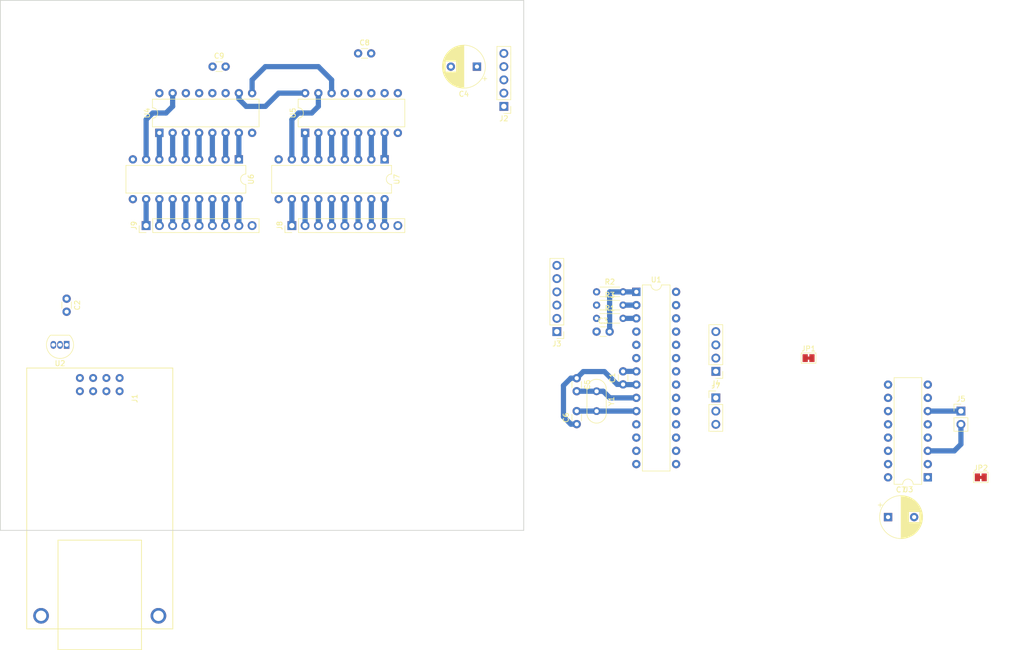
<source format=kicad_pcb>
(kicad_pcb (version 20171130) (host pcbnew 5.0.2-bee76a0~70~ubuntu16.04.1)

  (general
    (thickness 1.6)
    (drawings 4)
    (tracks 79)
    (zones 0)
    (modules 30)
    (nets 63)
  )

  (page A4)
  (layers
    (0 F.Cu signal)
    (31 B.Cu signal)
    (32 B.Adhes user)
    (33 F.Adhes user)
    (34 B.Paste user)
    (35 F.Paste user)
    (36 B.SilkS user)
    (37 F.SilkS user)
    (38 B.Mask user)
    (39 F.Mask user)
    (40 Dwgs.User user)
    (41 Cmts.User user)
    (42 Eco1.User user)
    (43 Eco2.User user)
    (44 Edge.Cuts user)
    (45 Margin user)
    (46 B.CrtYd user)
    (47 F.CrtYd user)
    (48 B.Fab user)
    (49 F.Fab user)
  )

  (setup
    (last_trace_width 1)
    (trace_clearance 0.5)
    (zone_clearance 0.508)
    (zone_45_only no)
    (trace_min 0.2)
    (segment_width 0.2)
    (edge_width 0.15)
    (via_size 0.8)
    (via_drill 0.4)
    (via_min_size 0.4)
    (via_min_drill 0.3)
    (uvia_size 0.3)
    (uvia_drill 0.1)
    (uvias_allowed no)
    (uvia_min_size 0.2)
    (uvia_min_drill 0.1)
    (pcb_text_width 0.3)
    (pcb_text_size 1.5 1.5)
    (mod_edge_width 0.15)
    (mod_text_size 1 1)
    (mod_text_width 0.15)
    (pad_size 1.524 1.524)
    (pad_drill 0.762)
    (pad_to_mask_clearance 0.051)
    (solder_mask_min_width 0.25)
    (aux_axis_origin 0 0)
    (visible_elements FFFFFF7F)
    (pcbplotparams
      (layerselection 0x010fc_ffffffff)
      (usegerberextensions false)
      (usegerberattributes false)
      (usegerberadvancedattributes false)
      (creategerberjobfile false)
      (excludeedgelayer true)
      (linewidth 0.100000)
      (plotframeref false)
      (viasonmask false)
      (mode 1)
      (useauxorigin false)
      (hpglpennumber 1)
      (hpglpenspeed 20)
      (hpglpendiameter 15.000000)
      (psnegative false)
      (psa4output false)
      (plotreference true)
      (plotvalue true)
      (plotinvisibletext false)
      (padsonsilk false)
      (subtractmaskfromsilk false)
      (outputformat 1)
      (mirror false)
      (drillshape 1)
      (scaleselection 1)
      (outputdirectory ""))
  )

  (net 0 "")
  (net 1 GNDD)
  (net 2 +5V)
  (net 3 RESET)
  (net 4 "Net-(C3-Pad2)")
  (net 5 "Net-(C5-Pad2)")
  (net 6 "Net-(C6-Pad2)")
  (net 7 GNDA)
  (net 8 VCC)
  (net 9 MOSI)
  (net 10 SCK)
  (net 11 SS)
  (net 12 MISO)
  (net 13 /3v3)
  (net 14 TX)
  (net 15 RX)
  (net 16 ENCODER_B)
  (net 17 ENCODER_A)
  (net 18 ENCODER_BUTTON)
  (net 19 "Net-(J5-Pad2)")
  (net 20 "Net-(J5-Pad1)")
  (net 21 +9V)
  (net 22 SERVO_SLIDER)
  (net 23 "Net-(J8-Pad1)")
  (net 24 "Net-(J8-Pad2)")
  (net 25 "Net-(J8-Pad3)")
  (net 26 "Net-(J8-Pad4)")
  (net 27 "Net-(J8-Pad5)")
  (net 28 "Net-(J8-Pad6)")
  (net 29 "Net-(J8-Pad7)")
  (net 30 "Net-(J8-Pad8)")
  (net 31 "Net-(J9-Pad8)")
  (net 32 "Net-(J9-Pad7)")
  (net 33 "Net-(J9-Pad6)")
  (net 34 "Net-(J9-Pad5)")
  (net 35 "Net-(J9-Pad4)")
  (net 36 "Net-(J9-Pad3)")
  (net 37 "Net-(J9-Pad2)")
  (net 38 "Net-(J9-Pad1)")
  (net 39 "Net-(R1-Pad2)")
  (net 40 "Net-(R3-Pad2)")
  (net 41 SRDATA)
  (net 42 SRCLOCK)
  (net 43 SRLATCH)
  (net 44 MOTOR_1)
  (net 45 MOTOR_2)
  (net 46 "Net-(U4-Pad1)")
  (net 47 "Net-(U4-Pad9)")
  (net 48 "Net-(U4-Pad2)")
  (net 49 "Net-(U4-Pad3)")
  (net 50 "Net-(U4-Pad4)")
  (net 51 "Net-(U4-Pad5)")
  (net 52 "Net-(U4-Pad6)")
  (net 53 "Net-(U4-Pad7)")
  (net 54 "Net-(U4-Pad15)")
  (net 55 "Net-(U5-Pad15)")
  (net 56 "Net-(U5-Pad7)")
  (net 57 "Net-(U5-Pad6)")
  (net 58 "Net-(U5-Pad5)")
  (net 59 "Net-(U5-Pad4)")
  (net 60 "Net-(U5-Pad3)")
  (net 61 "Net-(U5-Pad2)")
  (net 62 "Net-(U5-Pad1)")

  (net_class Default "This is the default net class."
    (clearance 0.5)
    (trace_width 1)
    (via_dia 0.8)
    (via_drill 0.4)
    (uvia_dia 0.3)
    (uvia_drill 0.1)
    (add_net +5V)
    (add_net +9V)
    (add_net /3v3)
    (add_net ENCODER_A)
    (add_net ENCODER_B)
    (add_net ENCODER_BUTTON)
    (add_net GNDA)
    (add_net GNDD)
    (add_net MISO)
    (add_net MOSI)
    (add_net MOTOR_1)
    (add_net MOTOR_2)
    (add_net "Net-(C3-Pad2)")
    (add_net "Net-(C5-Pad2)")
    (add_net "Net-(C6-Pad2)")
    (add_net "Net-(J5-Pad1)")
    (add_net "Net-(J5-Pad2)")
    (add_net "Net-(J8-Pad1)")
    (add_net "Net-(J8-Pad2)")
    (add_net "Net-(J8-Pad3)")
    (add_net "Net-(J8-Pad4)")
    (add_net "Net-(J8-Pad5)")
    (add_net "Net-(J8-Pad6)")
    (add_net "Net-(J8-Pad7)")
    (add_net "Net-(J8-Pad8)")
    (add_net "Net-(J9-Pad1)")
    (add_net "Net-(J9-Pad2)")
    (add_net "Net-(J9-Pad3)")
    (add_net "Net-(J9-Pad4)")
    (add_net "Net-(J9-Pad5)")
    (add_net "Net-(J9-Pad6)")
    (add_net "Net-(J9-Pad7)")
    (add_net "Net-(J9-Pad8)")
    (add_net "Net-(R1-Pad2)")
    (add_net "Net-(R3-Pad2)")
    (add_net "Net-(U4-Pad1)")
    (add_net "Net-(U4-Pad15)")
    (add_net "Net-(U4-Pad2)")
    (add_net "Net-(U4-Pad3)")
    (add_net "Net-(U4-Pad4)")
    (add_net "Net-(U4-Pad5)")
    (add_net "Net-(U4-Pad6)")
    (add_net "Net-(U4-Pad7)")
    (add_net "Net-(U4-Pad9)")
    (add_net "Net-(U5-Pad1)")
    (add_net "Net-(U5-Pad15)")
    (add_net "Net-(U5-Pad2)")
    (add_net "Net-(U5-Pad3)")
    (add_net "Net-(U5-Pad4)")
    (add_net "Net-(U5-Pad5)")
    (add_net "Net-(U5-Pad6)")
    (add_net "Net-(U5-Pad7)")
    (add_net RESET)
    (add_net RX)
    (add_net SCK)
    (add_net SERVO_SLIDER)
    (add_net SRCLOCK)
    (add_net SRDATA)
    (add_net SRLATCH)
    (add_net SS)
    (add_net TX)
    (add_net VCC)
  )

  (module Capacitor_THT:C_Disc_D3.0mm_W1.6mm_P2.50mm (layer F.Cu) (tedit 5AE50EF0) (tstamp 5CD1AC21)
    (at 132.08 86.32 90)
    (descr "C, Disc series, Radial, pin pitch=2.50mm, , diameter*width=3.0*1.6mm^2, Capacitor, http://www.vishay.com/docs/45233/krseries.pdf")
    (tags "C Disc series Radial pin pitch 2.50mm  diameter 3.0mm width 1.6mm Capacitor")
    (path /5CD25D56)
    (fp_text reference C1 (at 1.25 -2.05 90) (layer F.SilkS)
      (effects (font (size 1 1) (thickness 0.15)))
    )
    (fp_text value 100nF (at 1.25 2.05 90) (layer F.Fab)
      (effects (font (size 1 1) (thickness 0.15)))
    )
    (fp_line (start -0.25 -0.8) (end -0.25 0.8) (layer F.Fab) (width 0.1))
    (fp_line (start -0.25 0.8) (end 2.75 0.8) (layer F.Fab) (width 0.1))
    (fp_line (start 2.75 0.8) (end 2.75 -0.8) (layer F.Fab) (width 0.1))
    (fp_line (start 2.75 -0.8) (end -0.25 -0.8) (layer F.Fab) (width 0.1))
    (fp_line (start 0.621 -0.92) (end 1.879 -0.92) (layer F.SilkS) (width 0.12))
    (fp_line (start 0.621 0.92) (end 1.879 0.92) (layer F.SilkS) (width 0.12))
    (fp_line (start -1.05 -1.05) (end -1.05 1.05) (layer F.CrtYd) (width 0.05))
    (fp_line (start -1.05 1.05) (end 3.55 1.05) (layer F.CrtYd) (width 0.05))
    (fp_line (start 3.55 1.05) (end 3.55 -1.05) (layer F.CrtYd) (width 0.05))
    (fp_line (start 3.55 -1.05) (end -1.05 -1.05) (layer F.CrtYd) (width 0.05))
    (fp_text user %R (at 1.25 0 90) (layer F.Fab)
      (effects (font (size 0.6 0.6) (thickness 0.09)))
    )
    (pad 1 thru_hole circle (at 0 0 90) (size 1.6 1.6) (drill 0.8) (layers *.Cu *.Mask)
      (net 1 GNDD))
    (pad 2 thru_hole circle (at 2.5 0 90) (size 1.6 1.6) (drill 0.8) (layers *.Cu *.Mask)
      (net 2 +5V))
    (model ${KISYS3DMOD}/Capacitor_THT.3dshapes/C_Disc_D3.0mm_W1.6mm_P2.50mm.wrl
      (at (xyz 0 0 0))
      (scale (xyz 1 1 1))
      (rotate (xyz 0 0 0))
    )
  )

  (module Capacitor_THT:C_Disc_D3.0mm_W1.6mm_P2.50mm (layer F.Cu) (tedit 5AE50EF0) (tstamp 5CD1A7AF)
    (at 25.4 69.89 270)
    (descr "C, Disc series, Radial, pin pitch=2.50mm, , diameter*width=3.0*1.6mm^2, Capacitor, http://www.vishay.com/docs/45233/krseries.pdf")
    (tags "C Disc series Radial pin pitch 2.50mm  diameter 3.0mm width 1.6mm Capacitor")
    (path /5CD91735)
    (fp_text reference C2 (at 1.25 -2.05 270) (layer F.SilkS)
      (effects (font (size 1 1) (thickness 0.15)))
    )
    (fp_text value 100nF (at 1.25 2.05 270) (layer F.Fab)
      (effects (font (size 1 1) (thickness 0.15)))
    )
    (fp_text user %R (at 1.25 0 270) (layer F.Fab)
      (effects (font (size 0.6 0.6) (thickness 0.09)))
    )
    (fp_line (start 3.55 -1.05) (end -1.05 -1.05) (layer F.CrtYd) (width 0.05))
    (fp_line (start 3.55 1.05) (end 3.55 -1.05) (layer F.CrtYd) (width 0.05))
    (fp_line (start -1.05 1.05) (end 3.55 1.05) (layer F.CrtYd) (width 0.05))
    (fp_line (start -1.05 -1.05) (end -1.05 1.05) (layer F.CrtYd) (width 0.05))
    (fp_line (start 0.621 0.92) (end 1.879 0.92) (layer F.SilkS) (width 0.12))
    (fp_line (start 0.621 -0.92) (end 1.879 -0.92) (layer F.SilkS) (width 0.12))
    (fp_line (start 2.75 -0.8) (end -0.25 -0.8) (layer F.Fab) (width 0.1))
    (fp_line (start 2.75 0.8) (end 2.75 -0.8) (layer F.Fab) (width 0.1))
    (fp_line (start -0.25 0.8) (end 2.75 0.8) (layer F.Fab) (width 0.1))
    (fp_line (start -0.25 -0.8) (end -0.25 0.8) (layer F.Fab) (width 0.1))
    (pad 2 thru_hole circle (at 2.5 0 270) (size 1.6 1.6) (drill 0.8) (layers *.Cu *.Mask)
      (net 2 +5V))
    (pad 1 thru_hole circle (at 0 0 270) (size 1.6 1.6) (drill 0.8) (layers *.Cu *.Mask)
      (net 1 GNDD))
    (model ${KISYS3DMOD}/Capacitor_THT.3dshapes/C_Disc_D3.0mm_W1.6mm_P2.50mm.wrl
      (at (xyz 0 0 0))
      (scale (xyz 1 1 1))
      (rotate (xyz 0 0 0))
    )
  )

  (module Capacitor_THT:C_Disc_D3.0mm_W1.6mm_P2.50mm (layer F.Cu) (tedit 5AE50EF0) (tstamp 5CD1DAF4)
    (at 127 76.2)
    (descr "C, Disc series, Radial, pin pitch=2.50mm, , diameter*width=3.0*1.6mm^2, Capacitor, http://www.vishay.com/docs/45233/krseries.pdf")
    (tags "C Disc series Radial pin pitch 2.50mm  diameter 3.0mm width 1.6mm Capacitor")
    (path /5CD3F935)
    (fp_text reference C3 (at 1.25 -2.05) (layer F.SilkS)
      (effects (font (size 1 1) (thickness 0.15)))
    )
    (fp_text value 100nF (at 1.25 2.05) (layer F.Fab)
      (effects (font (size 1 1) (thickness 0.15)))
    )
    (fp_line (start -0.25 -0.8) (end -0.25 0.8) (layer F.Fab) (width 0.1))
    (fp_line (start -0.25 0.8) (end 2.75 0.8) (layer F.Fab) (width 0.1))
    (fp_line (start 2.75 0.8) (end 2.75 -0.8) (layer F.Fab) (width 0.1))
    (fp_line (start 2.75 -0.8) (end -0.25 -0.8) (layer F.Fab) (width 0.1))
    (fp_line (start 0.621 -0.92) (end 1.879 -0.92) (layer F.SilkS) (width 0.12))
    (fp_line (start 0.621 0.92) (end 1.879 0.92) (layer F.SilkS) (width 0.12))
    (fp_line (start -1.05 -1.05) (end -1.05 1.05) (layer F.CrtYd) (width 0.05))
    (fp_line (start -1.05 1.05) (end 3.55 1.05) (layer F.CrtYd) (width 0.05))
    (fp_line (start 3.55 1.05) (end 3.55 -1.05) (layer F.CrtYd) (width 0.05))
    (fp_line (start 3.55 -1.05) (end -1.05 -1.05) (layer F.CrtYd) (width 0.05))
    (fp_text user %R (at 1.25 0) (layer F.Fab)
      (effects (font (size 0.6 0.6) (thickness 0.09)))
    )
    (pad 1 thru_hole circle (at 0 0) (size 1.6 1.6) (drill 0.8) (layers *.Cu *.Mask)
      (net 3 RESET))
    (pad 2 thru_hole circle (at 2.5 0) (size 1.6 1.6) (drill 0.8) (layers *.Cu *.Mask)
      (net 4 "Net-(C3-Pad2)"))
    (model ${KISYS3DMOD}/Capacitor_THT.3dshapes/C_Disc_D3.0mm_W1.6mm_P2.50mm.wrl
      (at (xyz 0 0 0))
      (scale (xyz 1 1 1))
      (rotate (xyz 0 0 0))
    )
  )

  (module Capacitor_THT:CP_Radial_D8.0mm_P5.00mm (layer F.Cu) (tedit 5AE50EF0) (tstamp 5CD1ACEC)
    (at 104.06 25.4 180)
    (descr "CP, Radial series, Radial, pin pitch=5.00mm, , diameter=8mm, Electrolytic Capacitor")
    (tags "CP Radial series Radial pin pitch 5.00mm  diameter 8mm Electrolytic Capacitor")
    (path /5CD3C177)
    (fp_text reference C4 (at 2.5 -5.25 180) (layer F.SilkS)
      (effects (font (size 1 1) (thickness 0.15)))
    )
    (fp_text value 100uF (at 2.5 5.25 180) (layer F.Fab)
      (effects (font (size 1 1) (thickness 0.15)))
    )
    (fp_circle (center 2.5 0) (end 6.5 0) (layer F.Fab) (width 0.1))
    (fp_circle (center 2.5 0) (end 6.62 0) (layer F.SilkS) (width 0.12))
    (fp_circle (center 2.5 0) (end 6.75 0) (layer F.CrtYd) (width 0.05))
    (fp_line (start -0.926759 -1.7475) (end -0.126759 -1.7475) (layer F.Fab) (width 0.1))
    (fp_line (start -0.526759 -2.1475) (end -0.526759 -1.3475) (layer F.Fab) (width 0.1))
    (fp_line (start 2.5 -4.08) (end 2.5 4.08) (layer F.SilkS) (width 0.12))
    (fp_line (start 2.54 -4.08) (end 2.54 4.08) (layer F.SilkS) (width 0.12))
    (fp_line (start 2.58 -4.08) (end 2.58 4.08) (layer F.SilkS) (width 0.12))
    (fp_line (start 2.62 -4.079) (end 2.62 4.079) (layer F.SilkS) (width 0.12))
    (fp_line (start 2.66 -4.077) (end 2.66 4.077) (layer F.SilkS) (width 0.12))
    (fp_line (start 2.7 -4.076) (end 2.7 4.076) (layer F.SilkS) (width 0.12))
    (fp_line (start 2.74 -4.074) (end 2.74 4.074) (layer F.SilkS) (width 0.12))
    (fp_line (start 2.78 -4.071) (end 2.78 4.071) (layer F.SilkS) (width 0.12))
    (fp_line (start 2.82 -4.068) (end 2.82 4.068) (layer F.SilkS) (width 0.12))
    (fp_line (start 2.86 -4.065) (end 2.86 4.065) (layer F.SilkS) (width 0.12))
    (fp_line (start 2.9 -4.061) (end 2.9 4.061) (layer F.SilkS) (width 0.12))
    (fp_line (start 2.94 -4.057) (end 2.94 4.057) (layer F.SilkS) (width 0.12))
    (fp_line (start 2.98 -4.052) (end 2.98 4.052) (layer F.SilkS) (width 0.12))
    (fp_line (start 3.02 -4.048) (end 3.02 4.048) (layer F.SilkS) (width 0.12))
    (fp_line (start 3.06 -4.042) (end 3.06 4.042) (layer F.SilkS) (width 0.12))
    (fp_line (start 3.1 -4.037) (end 3.1 4.037) (layer F.SilkS) (width 0.12))
    (fp_line (start 3.14 -4.03) (end 3.14 4.03) (layer F.SilkS) (width 0.12))
    (fp_line (start 3.18 -4.024) (end 3.18 4.024) (layer F.SilkS) (width 0.12))
    (fp_line (start 3.221 -4.017) (end 3.221 4.017) (layer F.SilkS) (width 0.12))
    (fp_line (start 3.261 -4.01) (end 3.261 4.01) (layer F.SilkS) (width 0.12))
    (fp_line (start 3.301 -4.002) (end 3.301 4.002) (layer F.SilkS) (width 0.12))
    (fp_line (start 3.341 -3.994) (end 3.341 3.994) (layer F.SilkS) (width 0.12))
    (fp_line (start 3.381 -3.985) (end 3.381 3.985) (layer F.SilkS) (width 0.12))
    (fp_line (start 3.421 -3.976) (end 3.421 3.976) (layer F.SilkS) (width 0.12))
    (fp_line (start 3.461 -3.967) (end 3.461 3.967) (layer F.SilkS) (width 0.12))
    (fp_line (start 3.501 -3.957) (end 3.501 3.957) (layer F.SilkS) (width 0.12))
    (fp_line (start 3.541 -3.947) (end 3.541 3.947) (layer F.SilkS) (width 0.12))
    (fp_line (start 3.581 -3.936) (end 3.581 3.936) (layer F.SilkS) (width 0.12))
    (fp_line (start 3.621 -3.925) (end 3.621 3.925) (layer F.SilkS) (width 0.12))
    (fp_line (start 3.661 -3.914) (end 3.661 3.914) (layer F.SilkS) (width 0.12))
    (fp_line (start 3.701 -3.902) (end 3.701 3.902) (layer F.SilkS) (width 0.12))
    (fp_line (start 3.741 -3.889) (end 3.741 3.889) (layer F.SilkS) (width 0.12))
    (fp_line (start 3.781 -3.877) (end 3.781 3.877) (layer F.SilkS) (width 0.12))
    (fp_line (start 3.821 -3.863) (end 3.821 3.863) (layer F.SilkS) (width 0.12))
    (fp_line (start 3.861 -3.85) (end 3.861 3.85) (layer F.SilkS) (width 0.12))
    (fp_line (start 3.901 -3.835) (end 3.901 3.835) (layer F.SilkS) (width 0.12))
    (fp_line (start 3.941 -3.821) (end 3.941 3.821) (layer F.SilkS) (width 0.12))
    (fp_line (start 3.981 -3.805) (end 3.981 -1.04) (layer F.SilkS) (width 0.12))
    (fp_line (start 3.981 1.04) (end 3.981 3.805) (layer F.SilkS) (width 0.12))
    (fp_line (start 4.021 -3.79) (end 4.021 -1.04) (layer F.SilkS) (width 0.12))
    (fp_line (start 4.021 1.04) (end 4.021 3.79) (layer F.SilkS) (width 0.12))
    (fp_line (start 4.061 -3.774) (end 4.061 -1.04) (layer F.SilkS) (width 0.12))
    (fp_line (start 4.061 1.04) (end 4.061 3.774) (layer F.SilkS) (width 0.12))
    (fp_line (start 4.101 -3.757) (end 4.101 -1.04) (layer F.SilkS) (width 0.12))
    (fp_line (start 4.101 1.04) (end 4.101 3.757) (layer F.SilkS) (width 0.12))
    (fp_line (start 4.141 -3.74) (end 4.141 -1.04) (layer F.SilkS) (width 0.12))
    (fp_line (start 4.141 1.04) (end 4.141 3.74) (layer F.SilkS) (width 0.12))
    (fp_line (start 4.181 -3.722) (end 4.181 -1.04) (layer F.SilkS) (width 0.12))
    (fp_line (start 4.181 1.04) (end 4.181 3.722) (layer F.SilkS) (width 0.12))
    (fp_line (start 4.221 -3.704) (end 4.221 -1.04) (layer F.SilkS) (width 0.12))
    (fp_line (start 4.221 1.04) (end 4.221 3.704) (layer F.SilkS) (width 0.12))
    (fp_line (start 4.261 -3.686) (end 4.261 -1.04) (layer F.SilkS) (width 0.12))
    (fp_line (start 4.261 1.04) (end 4.261 3.686) (layer F.SilkS) (width 0.12))
    (fp_line (start 4.301 -3.666) (end 4.301 -1.04) (layer F.SilkS) (width 0.12))
    (fp_line (start 4.301 1.04) (end 4.301 3.666) (layer F.SilkS) (width 0.12))
    (fp_line (start 4.341 -3.647) (end 4.341 -1.04) (layer F.SilkS) (width 0.12))
    (fp_line (start 4.341 1.04) (end 4.341 3.647) (layer F.SilkS) (width 0.12))
    (fp_line (start 4.381 -3.627) (end 4.381 -1.04) (layer F.SilkS) (width 0.12))
    (fp_line (start 4.381 1.04) (end 4.381 3.627) (layer F.SilkS) (width 0.12))
    (fp_line (start 4.421 -3.606) (end 4.421 -1.04) (layer F.SilkS) (width 0.12))
    (fp_line (start 4.421 1.04) (end 4.421 3.606) (layer F.SilkS) (width 0.12))
    (fp_line (start 4.461 -3.584) (end 4.461 -1.04) (layer F.SilkS) (width 0.12))
    (fp_line (start 4.461 1.04) (end 4.461 3.584) (layer F.SilkS) (width 0.12))
    (fp_line (start 4.501 -3.562) (end 4.501 -1.04) (layer F.SilkS) (width 0.12))
    (fp_line (start 4.501 1.04) (end 4.501 3.562) (layer F.SilkS) (width 0.12))
    (fp_line (start 4.541 -3.54) (end 4.541 -1.04) (layer F.SilkS) (width 0.12))
    (fp_line (start 4.541 1.04) (end 4.541 3.54) (layer F.SilkS) (width 0.12))
    (fp_line (start 4.581 -3.517) (end 4.581 -1.04) (layer F.SilkS) (width 0.12))
    (fp_line (start 4.581 1.04) (end 4.581 3.517) (layer F.SilkS) (width 0.12))
    (fp_line (start 4.621 -3.493) (end 4.621 -1.04) (layer F.SilkS) (width 0.12))
    (fp_line (start 4.621 1.04) (end 4.621 3.493) (layer F.SilkS) (width 0.12))
    (fp_line (start 4.661 -3.469) (end 4.661 -1.04) (layer F.SilkS) (width 0.12))
    (fp_line (start 4.661 1.04) (end 4.661 3.469) (layer F.SilkS) (width 0.12))
    (fp_line (start 4.701 -3.444) (end 4.701 -1.04) (layer F.SilkS) (width 0.12))
    (fp_line (start 4.701 1.04) (end 4.701 3.444) (layer F.SilkS) (width 0.12))
    (fp_line (start 4.741 -3.418) (end 4.741 -1.04) (layer F.SilkS) (width 0.12))
    (fp_line (start 4.741 1.04) (end 4.741 3.418) (layer F.SilkS) (width 0.12))
    (fp_line (start 4.781 -3.392) (end 4.781 -1.04) (layer F.SilkS) (width 0.12))
    (fp_line (start 4.781 1.04) (end 4.781 3.392) (layer F.SilkS) (width 0.12))
    (fp_line (start 4.821 -3.365) (end 4.821 -1.04) (layer F.SilkS) (width 0.12))
    (fp_line (start 4.821 1.04) (end 4.821 3.365) (layer F.SilkS) (width 0.12))
    (fp_line (start 4.861 -3.338) (end 4.861 -1.04) (layer F.SilkS) (width 0.12))
    (fp_line (start 4.861 1.04) (end 4.861 3.338) (layer F.SilkS) (width 0.12))
    (fp_line (start 4.901 -3.309) (end 4.901 -1.04) (layer F.SilkS) (width 0.12))
    (fp_line (start 4.901 1.04) (end 4.901 3.309) (layer F.SilkS) (width 0.12))
    (fp_line (start 4.941 -3.28) (end 4.941 -1.04) (layer F.SilkS) (width 0.12))
    (fp_line (start 4.941 1.04) (end 4.941 3.28) (layer F.SilkS) (width 0.12))
    (fp_line (start 4.981 -3.25) (end 4.981 -1.04) (layer F.SilkS) (width 0.12))
    (fp_line (start 4.981 1.04) (end 4.981 3.25) (layer F.SilkS) (width 0.12))
    (fp_line (start 5.021 -3.22) (end 5.021 -1.04) (layer F.SilkS) (width 0.12))
    (fp_line (start 5.021 1.04) (end 5.021 3.22) (layer F.SilkS) (width 0.12))
    (fp_line (start 5.061 -3.189) (end 5.061 -1.04) (layer F.SilkS) (width 0.12))
    (fp_line (start 5.061 1.04) (end 5.061 3.189) (layer F.SilkS) (width 0.12))
    (fp_line (start 5.101 -3.156) (end 5.101 -1.04) (layer F.SilkS) (width 0.12))
    (fp_line (start 5.101 1.04) (end 5.101 3.156) (layer F.SilkS) (width 0.12))
    (fp_line (start 5.141 -3.124) (end 5.141 -1.04) (layer F.SilkS) (width 0.12))
    (fp_line (start 5.141 1.04) (end 5.141 3.124) (layer F.SilkS) (width 0.12))
    (fp_line (start 5.181 -3.09) (end 5.181 -1.04) (layer F.SilkS) (width 0.12))
    (fp_line (start 5.181 1.04) (end 5.181 3.09) (layer F.SilkS) (width 0.12))
    (fp_line (start 5.221 -3.055) (end 5.221 -1.04) (layer F.SilkS) (width 0.12))
    (fp_line (start 5.221 1.04) (end 5.221 3.055) (layer F.SilkS) (width 0.12))
    (fp_line (start 5.261 -3.019) (end 5.261 -1.04) (layer F.SilkS) (width 0.12))
    (fp_line (start 5.261 1.04) (end 5.261 3.019) (layer F.SilkS) (width 0.12))
    (fp_line (start 5.301 -2.983) (end 5.301 -1.04) (layer F.SilkS) (width 0.12))
    (fp_line (start 5.301 1.04) (end 5.301 2.983) (layer F.SilkS) (width 0.12))
    (fp_line (start 5.341 -2.945) (end 5.341 -1.04) (layer F.SilkS) (width 0.12))
    (fp_line (start 5.341 1.04) (end 5.341 2.945) (layer F.SilkS) (width 0.12))
    (fp_line (start 5.381 -2.907) (end 5.381 -1.04) (layer F.SilkS) (width 0.12))
    (fp_line (start 5.381 1.04) (end 5.381 2.907) (layer F.SilkS) (width 0.12))
    (fp_line (start 5.421 -2.867) (end 5.421 -1.04) (layer F.SilkS) (width 0.12))
    (fp_line (start 5.421 1.04) (end 5.421 2.867) (layer F.SilkS) (width 0.12))
    (fp_line (start 5.461 -2.826) (end 5.461 -1.04) (layer F.SilkS) (width 0.12))
    (fp_line (start 5.461 1.04) (end 5.461 2.826) (layer F.SilkS) (width 0.12))
    (fp_line (start 5.501 -2.784) (end 5.501 -1.04) (layer F.SilkS) (width 0.12))
    (fp_line (start 5.501 1.04) (end 5.501 2.784) (layer F.SilkS) (width 0.12))
    (fp_line (start 5.541 -2.741) (end 5.541 -1.04) (layer F.SilkS) (width 0.12))
    (fp_line (start 5.541 1.04) (end 5.541 2.741) (layer F.SilkS) (width 0.12))
    (fp_line (start 5.581 -2.697) (end 5.581 -1.04) (layer F.SilkS) (width 0.12))
    (fp_line (start 5.581 1.04) (end 5.581 2.697) (layer F.SilkS) (width 0.12))
    (fp_line (start 5.621 -2.651) (end 5.621 -1.04) (layer F.SilkS) (width 0.12))
    (fp_line (start 5.621 1.04) (end 5.621 2.651) (layer F.SilkS) (width 0.12))
    (fp_line (start 5.661 -2.604) (end 5.661 -1.04) (layer F.SilkS) (width 0.12))
    (fp_line (start 5.661 1.04) (end 5.661 2.604) (layer F.SilkS) (width 0.12))
    (fp_line (start 5.701 -2.556) (end 5.701 -1.04) (layer F.SilkS) (width 0.12))
    (fp_line (start 5.701 1.04) (end 5.701 2.556) (layer F.SilkS) (width 0.12))
    (fp_line (start 5.741 -2.505) (end 5.741 -1.04) (layer F.SilkS) (width 0.12))
    (fp_line (start 5.741 1.04) (end 5.741 2.505) (layer F.SilkS) (width 0.12))
    (fp_line (start 5.781 -2.454) (end 5.781 -1.04) (layer F.SilkS) (width 0.12))
    (fp_line (start 5.781 1.04) (end 5.781 2.454) (layer F.SilkS) (width 0.12))
    (fp_line (start 5.821 -2.4) (end 5.821 -1.04) (layer F.SilkS) (width 0.12))
    (fp_line (start 5.821 1.04) (end 5.821 2.4) (layer F.SilkS) (width 0.12))
    (fp_line (start 5.861 -2.345) (end 5.861 -1.04) (layer F.SilkS) (width 0.12))
    (fp_line (start 5.861 1.04) (end 5.861 2.345) (layer F.SilkS) (width 0.12))
    (fp_line (start 5.901 -2.287) (end 5.901 -1.04) (layer F.SilkS) (width 0.12))
    (fp_line (start 5.901 1.04) (end 5.901 2.287) (layer F.SilkS) (width 0.12))
    (fp_line (start 5.941 -2.228) (end 5.941 -1.04) (layer F.SilkS) (width 0.12))
    (fp_line (start 5.941 1.04) (end 5.941 2.228) (layer F.SilkS) (width 0.12))
    (fp_line (start 5.981 -2.166) (end 5.981 -1.04) (layer F.SilkS) (width 0.12))
    (fp_line (start 5.981 1.04) (end 5.981 2.166) (layer F.SilkS) (width 0.12))
    (fp_line (start 6.021 -2.102) (end 6.021 -1.04) (layer F.SilkS) (width 0.12))
    (fp_line (start 6.021 1.04) (end 6.021 2.102) (layer F.SilkS) (width 0.12))
    (fp_line (start 6.061 -2.034) (end 6.061 2.034) (layer F.SilkS) (width 0.12))
    (fp_line (start 6.101 -1.964) (end 6.101 1.964) (layer F.SilkS) (width 0.12))
    (fp_line (start 6.141 -1.89) (end 6.141 1.89) (layer F.SilkS) (width 0.12))
    (fp_line (start 6.181 -1.813) (end 6.181 1.813) (layer F.SilkS) (width 0.12))
    (fp_line (start 6.221 -1.731) (end 6.221 1.731) (layer F.SilkS) (width 0.12))
    (fp_line (start 6.261 -1.645) (end 6.261 1.645) (layer F.SilkS) (width 0.12))
    (fp_line (start 6.301 -1.552) (end 6.301 1.552) (layer F.SilkS) (width 0.12))
    (fp_line (start 6.341 -1.453) (end 6.341 1.453) (layer F.SilkS) (width 0.12))
    (fp_line (start 6.381 -1.346) (end 6.381 1.346) (layer F.SilkS) (width 0.12))
    (fp_line (start 6.421 -1.229) (end 6.421 1.229) (layer F.SilkS) (width 0.12))
    (fp_line (start 6.461 -1.098) (end 6.461 1.098) (layer F.SilkS) (width 0.12))
    (fp_line (start 6.501 -0.948) (end 6.501 0.948) (layer F.SilkS) (width 0.12))
    (fp_line (start 6.541 -0.768) (end 6.541 0.768) (layer F.SilkS) (width 0.12))
    (fp_line (start 6.581 -0.533) (end 6.581 0.533) (layer F.SilkS) (width 0.12))
    (fp_line (start -1.909698 -2.315) (end -1.109698 -2.315) (layer F.SilkS) (width 0.12))
    (fp_line (start -1.509698 -2.715) (end -1.509698 -1.915) (layer F.SilkS) (width 0.12))
    (fp_text user %R (at 2.5 0 180) (layer F.Fab)
      (effects (font (size 1 1) (thickness 0.15)))
    )
    (pad 1 thru_hole rect (at 0 0 180) (size 1.6 1.6) (drill 0.8) (layers *.Cu *.Mask)
      (net 2 +5V))
    (pad 2 thru_hole circle (at 5 0 180) (size 1.6 1.6) (drill 0.8) (layers *.Cu *.Mask)
      (net 1 GNDD))
    (model ${KISYS3DMOD}/Capacitor_THT.3dshapes/CP_Radial_D8.0mm_P5.00mm.wrl
      (at (xyz 0 0 0))
      (scale (xyz 1 1 1))
      (rotate (xyz 0 0 0))
    )
  )

  (module Capacitor_THT:C_Disc_D3.0mm_W1.6mm_P2.50mm (layer F.Cu) (tedit 5AE50EF0) (tstamp 5CD1DE2A)
    (at 123.19 85.13 270)
    (descr "C, Disc series, Radial, pin pitch=2.50mm, , diameter*width=3.0*1.6mm^2, Capacitor, http://www.vishay.com/docs/45233/krseries.pdf")
    (tags "C Disc series Radial pin pitch 2.50mm  diameter 3.0mm width 1.6mm Capacitor")
    (path /5CD16AB1)
    (fp_text reference C5 (at 1.25 -2.05 270) (layer F.SilkS)
      (effects (font (size 1 1) (thickness 0.15)))
    )
    (fp_text value 22p (at 1.25 2.05 270) (layer F.Fab)
      (effects (font (size 1 1) (thickness 0.15)))
    )
    (fp_line (start -0.25 -0.8) (end -0.25 0.8) (layer F.Fab) (width 0.1))
    (fp_line (start -0.25 0.8) (end 2.75 0.8) (layer F.Fab) (width 0.1))
    (fp_line (start 2.75 0.8) (end 2.75 -0.8) (layer F.Fab) (width 0.1))
    (fp_line (start 2.75 -0.8) (end -0.25 -0.8) (layer F.Fab) (width 0.1))
    (fp_line (start 0.621 -0.92) (end 1.879 -0.92) (layer F.SilkS) (width 0.12))
    (fp_line (start 0.621 0.92) (end 1.879 0.92) (layer F.SilkS) (width 0.12))
    (fp_line (start -1.05 -1.05) (end -1.05 1.05) (layer F.CrtYd) (width 0.05))
    (fp_line (start -1.05 1.05) (end 3.55 1.05) (layer F.CrtYd) (width 0.05))
    (fp_line (start 3.55 1.05) (end 3.55 -1.05) (layer F.CrtYd) (width 0.05))
    (fp_line (start 3.55 -1.05) (end -1.05 -1.05) (layer F.CrtYd) (width 0.05))
    (fp_text user %R (at 1.25 0 270) (layer F.Fab)
      (effects (font (size 0.6 0.6) (thickness 0.09)))
    )
    (pad 1 thru_hole circle (at 0 0 270) (size 1.6 1.6) (drill 0.8) (layers *.Cu *.Mask)
      (net 1 GNDD))
    (pad 2 thru_hole circle (at 2.5 0 270) (size 1.6 1.6) (drill 0.8) (layers *.Cu *.Mask)
      (net 5 "Net-(C5-Pad2)"))
    (model ${KISYS3DMOD}/Capacitor_THT.3dshapes/C_Disc_D3.0mm_W1.6mm_P2.50mm.wrl
      (at (xyz 0 0 0))
      (scale (xyz 1 1 1))
      (rotate (xyz 0 0 0))
    )
  )

  (module Capacitor_THT:C_Disc_D3.0mm_W1.6mm_P2.50mm (layer F.Cu) (tedit 5AE50EF0) (tstamp 5CD1AD0E)
    (at 123.19 93.94 90)
    (descr "C, Disc series, Radial, pin pitch=2.50mm, , diameter*width=3.0*1.6mm^2, Capacitor, http://www.vishay.com/docs/45233/krseries.pdf")
    (tags "C Disc series Radial pin pitch 2.50mm  diameter 3.0mm width 1.6mm Capacitor")
    (path /5CD16B2E)
    (fp_text reference C6 (at 1.25 -2.05 90) (layer F.SilkS)
      (effects (font (size 1 1) (thickness 0.15)))
    )
    (fp_text value 22p (at 1.25 2.05 90) (layer F.Fab)
      (effects (font (size 1 1) (thickness 0.15)))
    )
    (fp_text user %R (at 1.25 0 90) (layer F.Fab)
      (effects (font (size 0.6 0.6) (thickness 0.09)))
    )
    (fp_line (start 3.55 -1.05) (end -1.05 -1.05) (layer F.CrtYd) (width 0.05))
    (fp_line (start 3.55 1.05) (end 3.55 -1.05) (layer F.CrtYd) (width 0.05))
    (fp_line (start -1.05 1.05) (end 3.55 1.05) (layer F.CrtYd) (width 0.05))
    (fp_line (start -1.05 -1.05) (end -1.05 1.05) (layer F.CrtYd) (width 0.05))
    (fp_line (start 0.621 0.92) (end 1.879 0.92) (layer F.SilkS) (width 0.12))
    (fp_line (start 0.621 -0.92) (end 1.879 -0.92) (layer F.SilkS) (width 0.12))
    (fp_line (start 2.75 -0.8) (end -0.25 -0.8) (layer F.Fab) (width 0.1))
    (fp_line (start 2.75 0.8) (end 2.75 -0.8) (layer F.Fab) (width 0.1))
    (fp_line (start -0.25 0.8) (end 2.75 0.8) (layer F.Fab) (width 0.1))
    (fp_line (start -0.25 -0.8) (end -0.25 0.8) (layer F.Fab) (width 0.1))
    (pad 2 thru_hole circle (at 2.5 0 90) (size 1.6 1.6) (drill 0.8) (layers *.Cu *.Mask)
      (net 6 "Net-(C6-Pad2)"))
    (pad 1 thru_hole circle (at 0 0 90) (size 1.6 1.6) (drill 0.8) (layers *.Cu *.Mask)
      (net 1 GNDD))
    (model ${KISYS3DMOD}/Capacitor_THT.3dshapes/C_Disc_D3.0mm_W1.6mm_P2.50mm.wrl
      (at (xyz 0 0 0))
      (scale (xyz 1 1 1))
      (rotate (xyz 0 0 0))
    )
  )

  (module Capacitor_THT:CP_Radial_D8.0mm_P5.00mm (layer F.Cu) (tedit 5AE50EF0) (tstamp 5CD1A962)
    (at 182.88 111.76)
    (descr "CP, Radial series, Radial, pin pitch=5.00mm, , diameter=8mm, Electrolytic Capacitor")
    (tags "CP Radial series Radial pin pitch 5.00mm  diameter 8mm Electrolytic Capacitor")
    (path /5CDA1999)
    (fp_text reference C7 (at 2.5 -5.25) (layer F.SilkS)
      (effects (font (size 1 1) (thickness 0.15)))
    )
    (fp_text value 470uF (at 2.5 5.25) (layer F.Fab)
      (effects (font (size 1 1) (thickness 0.15)))
    )
    (fp_text user %R (at 2.5 0) (layer F.Fab)
      (effects (font (size 1 1) (thickness 0.15)))
    )
    (fp_line (start -1.509698 -2.715) (end -1.509698 -1.915) (layer F.SilkS) (width 0.12))
    (fp_line (start -1.909698 -2.315) (end -1.109698 -2.315) (layer F.SilkS) (width 0.12))
    (fp_line (start 6.581 -0.533) (end 6.581 0.533) (layer F.SilkS) (width 0.12))
    (fp_line (start 6.541 -0.768) (end 6.541 0.768) (layer F.SilkS) (width 0.12))
    (fp_line (start 6.501 -0.948) (end 6.501 0.948) (layer F.SilkS) (width 0.12))
    (fp_line (start 6.461 -1.098) (end 6.461 1.098) (layer F.SilkS) (width 0.12))
    (fp_line (start 6.421 -1.229) (end 6.421 1.229) (layer F.SilkS) (width 0.12))
    (fp_line (start 6.381 -1.346) (end 6.381 1.346) (layer F.SilkS) (width 0.12))
    (fp_line (start 6.341 -1.453) (end 6.341 1.453) (layer F.SilkS) (width 0.12))
    (fp_line (start 6.301 -1.552) (end 6.301 1.552) (layer F.SilkS) (width 0.12))
    (fp_line (start 6.261 -1.645) (end 6.261 1.645) (layer F.SilkS) (width 0.12))
    (fp_line (start 6.221 -1.731) (end 6.221 1.731) (layer F.SilkS) (width 0.12))
    (fp_line (start 6.181 -1.813) (end 6.181 1.813) (layer F.SilkS) (width 0.12))
    (fp_line (start 6.141 -1.89) (end 6.141 1.89) (layer F.SilkS) (width 0.12))
    (fp_line (start 6.101 -1.964) (end 6.101 1.964) (layer F.SilkS) (width 0.12))
    (fp_line (start 6.061 -2.034) (end 6.061 2.034) (layer F.SilkS) (width 0.12))
    (fp_line (start 6.021 1.04) (end 6.021 2.102) (layer F.SilkS) (width 0.12))
    (fp_line (start 6.021 -2.102) (end 6.021 -1.04) (layer F.SilkS) (width 0.12))
    (fp_line (start 5.981 1.04) (end 5.981 2.166) (layer F.SilkS) (width 0.12))
    (fp_line (start 5.981 -2.166) (end 5.981 -1.04) (layer F.SilkS) (width 0.12))
    (fp_line (start 5.941 1.04) (end 5.941 2.228) (layer F.SilkS) (width 0.12))
    (fp_line (start 5.941 -2.228) (end 5.941 -1.04) (layer F.SilkS) (width 0.12))
    (fp_line (start 5.901 1.04) (end 5.901 2.287) (layer F.SilkS) (width 0.12))
    (fp_line (start 5.901 -2.287) (end 5.901 -1.04) (layer F.SilkS) (width 0.12))
    (fp_line (start 5.861 1.04) (end 5.861 2.345) (layer F.SilkS) (width 0.12))
    (fp_line (start 5.861 -2.345) (end 5.861 -1.04) (layer F.SilkS) (width 0.12))
    (fp_line (start 5.821 1.04) (end 5.821 2.4) (layer F.SilkS) (width 0.12))
    (fp_line (start 5.821 -2.4) (end 5.821 -1.04) (layer F.SilkS) (width 0.12))
    (fp_line (start 5.781 1.04) (end 5.781 2.454) (layer F.SilkS) (width 0.12))
    (fp_line (start 5.781 -2.454) (end 5.781 -1.04) (layer F.SilkS) (width 0.12))
    (fp_line (start 5.741 1.04) (end 5.741 2.505) (layer F.SilkS) (width 0.12))
    (fp_line (start 5.741 -2.505) (end 5.741 -1.04) (layer F.SilkS) (width 0.12))
    (fp_line (start 5.701 1.04) (end 5.701 2.556) (layer F.SilkS) (width 0.12))
    (fp_line (start 5.701 -2.556) (end 5.701 -1.04) (layer F.SilkS) (width 0.12))
    (fp_line (start 5.661 1.04) (end 5.661 2.604) (layer F.SilkS) (width 0.12))
    (fp_line (start 5.661 -2.604) (end 5.661 -1.04) (layer F.SilkS) (width 0.12))
    (fp_line (start 5.621 1.04) (end 5.621 2.651) (layer F.SilkS) (width 0.12))
    (fp_line (start 5.621 -2.651) (end 5.621 -1.04) (layer F.SilkS) (width 0.12))
    (fp_line (start 5.581 1.04) (end 5.581 2.697) (layer F.SilkS) (width 0.12))
    (fp_line (start 5.581 -2.697) (end 5.581 -1.04) (layer F.SilkS) (width 0.12))
    (fp_line (start 5.541 1.04) (end 5.541 2.741) (layer F.SilkS) (width 0.12))
    (fp_line (start 5.541 -2.741) (end 5.541 -1.04) (layer F.SilkS) (width 0.12))
    (fp_line (start 5.501 1.04) (end 5.501 2.784) (layer F.SilkS) (width 0.12))
    (fp_line (start 5.501 -2.784) (end 5.501 -1.04) (layer F.SilkS) (width 0.12))
    (fp_line (start 5.461 1.04) (end 5.461 2.826) (layer F.SilkS) (width 0.12))
    (fp_line (start 5.461 -2.826) (end 5.461 -1.04) (layer F.SilkS) (width 0.12))
    (fp_line (start 5.421 1.04) (end 5.421 2.867) (layer F.SilkS) (width 0.12))
    (fp_line (start 5.421 -2.867) (end 5.421 -1.04) (layer F.SilkS) (width 0.12))
    (fp_line (start 5.381 1.04) (end 5.381 2.907) (layer F.SilkS) (width 0.12))
    (fp_line (start 5.381 -2.907) (end 5.381 -1.04) (layer F.SilkS) (width 0.12))
    (fp_line (start 5.341 1.04) (end 5.341 2.945) (layer F.SilkS) (width 0.12))
    (fp_line (start 5.341 -2.945) (end 5.341 -1.04) (layer F.SilkS) (width 0.12))
    (fp_line (start 5.301 1.04) (end 5.301 2.983) (layer F.SilkS) (width 0.12))
    (fp_line (start 5.301 -2.983) (end 5.301 -1.04) (layer F.SilkS) (width 0.12))
    (fp_line (start 5.261 1.04) (end 5.261 3.019) (layer F.SilkS) (width 0.12))
    (fp_line (start 5.261 -3.019) (end 5.261 -1.04) (layer F.SilkS) (width 0.12))
    (fp_line (start 5.221 1.04) (end 5.221 3.055) (layer F.SilkS) (width 0.12))
    (fp_line (start 5.221 -3.055) (end 5.221 -1.04) (layer F.SilkS) (width 0.12))
    (fp_line (start 5.181 1.04) (end 5.181 3.09) (layer F.SilkS) (width 0.12))
    (fp_line (start 5.181 -3.09) (end 5.181 -1.04) (layer F.SilkS) (width 0.12))
    (fp_line (start 5.141 1.04) (end 5.141 3.124) (layer F.SilkS) (width 0.12))
    (fp_line (start 5.141 -3.124) (end 5.141 -1.04) (layer F.SilkS) (width 0.12))
    (fp_line (start 5.101 1.04) (end 5.101 3.156) (layer F.SilkS) (width 0.12))
    (fp_line (start 5.101 -3.156) (end 5.101 -1.04) (layer F.SilkS) (width 0.12))
    (fp_line (start 5.061 1.04) (end 5.061 3.189) (layer F.SilkS) (width 0.12))
    (fp_line (start 5.061 -3.189) (end 5.061 -1.04) (layer F.SilkS) (width 0.12))
    (fp_line (start 5.021 1.04) (end 5.021 3.22) (layer F.SilkS) (width 0.12))
    (fp_line (start 5.021 -3.22) (end 5.021 -1.04) (layer F.SilkS) (width 0.12))
    (fp_line (start 4.981 1.04) (end 4.981 3.25) (layer F.SilkS) (width 0.12))
    (fp_line (start 4.981 -3.25) (end 4.981 -1.04) (layer F.SilkS) (width 0.12))
    (fp_line (start 4.941 1.04) (end 4.941 3.28) (layer F.SilkS) (width 0.12))
    (fp_line (start 4.941 -3.28) (end 4.941 -1.04) (layer F.SilkS) (width 0.12))
    (fp_line (start 4.901 1.04) (end 4.901 3.309) (layer F.SilkS) (width 0.12))
    (fp_line (start 4.901 -3.309) (end 4.901 -1.04) (layer F.SilkS) (width 0.12))
    (fp_line (start 4.861 1.04) (end 4.861 3.338) (layer F.SilkS) (width 0.12))
    (fp_line (start 4.861 -3.338) (end 4.861 -1.04) (layer F.SilkS) (width 0.12))
    (fp_line (start 4.821 1.04) (end 4.821 3.365) (layer F.SilkS) (width 0.12))
    (fp_line (start 4.821 -3.365) (end 4.821 -1.04) (layer F.SilkS) (width 0.12))
    (fp_line (start 4.781 1.04) (end 4.781 3.392) (layer F.SilkS) (width 0.12))
    (fp_line (start 4.781 -3.392) (end 4.781 -1.04) (layer F.SilkS) (width 0.12))
    (fp_line (start 4.741 1.04) (end 4.741 3.418) (layer F.SilkS) (width 0.12))
    (fp_line (start 4.741 -3.418) (end 4.741 -1.04) (layer F.SilkS) (width 0.12))
    (fp_line (start 4.701 1.04) (end 4.701 3.444) (layer F.SilkS) (width 0.12))
    (fp_line (start 4.701 -3.444) (end 4.701 -1.04) (layer F.SilkS) (width 0.12))
    (fp_line (start 4.661 1.04) (end 4.661 3.469) (layer F.SilkS) (width 0.12))
    (fp_line (start 4.661 -3.469) (end 4.661 -1.04) (layer F.SilkS) (width 0.12))
    (fp_line (start 4.621 1.04) (end 4.621 3.493) (layer F.SilkS) (width 0.12))
    (fp_line (start 4.621 -3.493) (end 4.621 -1.04) (layer F.SilkS) (width 0.12))
    (fp_line (start 4.581 1.04) (end 4.581 3.517) (layer F.SilkS) (width 0.12))
    (fp_line (start 4.581 -3.517) (end 4.581 -1.04) (layer F.SilkS) (width 0.12))
    (fp_line (start 4.541 1.04) (end 4.541 3.54) (layer F.SilkS) (width 0.12))
    (fp_line (start 4.541 -3.54) (end 4.541 -1.04) (layer F.SilkS) (width 0.12))
    (fp_line (start 4.501 1.04) (end 4.501 3.562) (layer F.SilkS) (width 0.12))
    (fp_line (start 4.501 -3.562) (end 4.501 -1.04) (layer F.SilkS) (width 0.12))
    (fp_line (start 4.461 1.04) (end 4.461 3.584) (layer F.SilkS) (width 0.12))
    (fp_line (start 4.461 -3.584) (end 4.461 -1.04) (layer F.SilkS) (width 0.12))
    (fp_line (start 4.421 1.04) (end 4.421 3.606) (layer F.SilkS) (width 0.12))
    (fp_line (start 4.421 -3.606) (end 4.421 -1.04) (layer F.SilkS) (width 0.12))
    (fp_line (start 4.381 1.04) (end 4.381 3.627) (layer F.SilkS) (width 0.12))
    (fp_line (start 4.381 -3.627) (end 4.381 -1.04) (layer F.SilkS) (width 0.12))
    (fp_line (start 4.341 1.04) (end 4.341 3.647) (layer F.SilkS) (width 0.12))
    (fp_line (start 4.341 -3.647) (end 4.341 -1.04) (layer F.SilkS) (width 0.12))
    (fp_line (start 4.301 1.04) (end 4.301 3.666) (layer F.SilkS) (width 0.12))
    (fp_line (start 4.301 -3.666) (end 4.301 -1.04) (layer F.SilkS) (width 0.12))
    (fp_line (start 4.261 1.04) (end 4.261 3.686) (layer F.SilkS) (width 0.12))
    (fp_line (start 4.261 -3.686) (end 4.261 -1.04) (layer F.SilkS) (width 0.12))
    (fp_line (start 4.221 1.04) (end 4.221 3.704) (layer F.SilkS) (width 0.12))
    (fp_line (start 4.221 -3.704) (end 4.221 -1.04) (layer F.SilkS) (width 0.12))
    (fp_line (start 4.181 1.04) (end 4.181 3.722) (layer F.SilkS) (width 0.12))
    (fp_line (start 4.181 -3.722) (end 4.181 -1.04) (layer F.SilkS) (width 0.12))
    (fp_line (start 4.141 1.04) (end 4.141 3.74) (layer F.SilkS) (width 0.12))
    (fp_line (start 4.141 -3.74) (end 4.141 -1.04) (layer F.SilkS) (width 0.12))
    (fp_line (start 4.101 1.04) (end 4.101 3.757) (layer F.SilkS) (width 0.12))
    (fp_line (start 4.101 -3.757) (end 4.101 -1.04) (layer F.SilkS) (width 0.12))
    (fp_line (start 4.061 1.04) (end 4.061 3.774) (layer F.SilkS) (width 0.12))
    (fp_line (start 4.061 -3.774) (end 4.061 -1.04) (layer F.SilkS) (width 0.12))
    (fp_line (start 4.021 1.04) (end 4.021 3.79) (layer F.SilkS) (width 0.12))
    (fp_line (start 4.021 -3.79) (end 4.021 -1.04) (layer F.SilkS) (width 0.12))
    (fp_line (start 3.981 1.04) (end 3.981 3.805) (layer F.SilkS) (width 0.12))
    (fp_line (start 3.981 -3.805) (end 3.981 -1.04) (layer F.SilkS) (width 0.12))
    (fp_line (start 3.941 -3.821) (end 3.941 3.821) (layer F.SilkS) (width 0.12))
    (fp_line (start 3.901 -3.835) (end 3.901 3.835) (layer F.SilkS) (width 0.12))
    (fp_line (start 3.861 -3.85) (end 3.861 3.85) (layer F.SilkS) (width 0.12))
    (fp_line (start 3.821 -3.863) (end 3.821 3.863) (layer F.SilkS) (width 0.12))
    (fp_line (start 3.781 -3.877) (end 3.781 3.877) (layer F.SilkS) (width 0.12))
    (fp_line (start 3.741 -3.889) (end 3.741 3.889) (layer F.SilkS) (width 0.12))
    (fp_line (start 3.701 -3.902) (end 3.701 3.902) (layer F.SilkS) (width 0.12))
    (fp_line (start 3.661 -3.914) (end 3.661 3.914) (layer F.SilkS) (width 0.12))
    (fp_line (start 3.621 -3.925) (end 3.621 3.925) (layer F.SilkS) (width 0.12))
    (fp_line (start 3.581 -3.936) (end 3.581 3.936) (layer F.SilkS) (width 0.12))
    (fp_line (start 3.541 -3.947) (end 3.541 3.947) (layer F.SilkS) (width 0.12))
    (fp_line (start 3.501 -3.957) (end 3.501 3.957) (layer F.SilkS) (width 0.12))
    (fp_line (start 3.461 -3.967) (end 3.461 3.967) (layer F.SilkS) (width 0.12))
    (fp_line (start 3.421 -3.976) (end 3.421 3.976) (layer F.SilkS) (width 0.12))
    (fp_line (start 3.381 -3.985) (end 3.381 3.985) (layer F.SilkS) (width 0.12))
    (fp_line (start 3.341 -3.994) (end 3.341 3.994) (layer F.SilkS) (width 0.12))
    (fp_line (start 3.301 -4.002) (end 3.301 4.002) (layer F.SilkS) (width 0.12))
    (fp_line (start 3.261 -4.01) (end 3.261 4.01) (layer F.SilkS) (width 0.12))
    (fp_line (start 3.221 -4.017) (end 3.221 4.017) (layer F.SilkS) (width 0.12))
    (fp_line (start 3.18 -4.024) (end 3.18 4.024) (layer F.SilkS) (width 0.12))
    (fp_line (start 3.14 -4.03) (end 3.14 4.03) (layer F.SilkS) (width 0.12))
    (fp_line (start 3.1 -4.037) (end 3.1 4.037) (layer F.SilkS) (width 0.12))
    (fp_line (start 3.06 -4.042) (end 3.06 4.042) (layer F.SilkS) (width 0.12))
    (fp_line (start 3.02 -4.048) (end 3.02 4.048) (layer F.SilkS) (width 0.12))
    (fp_line (start 2.98 -4.052) (end 2.98 4.052) (layer F.SilkS) (width 0.12))
    (fp_line (start 2.94 -4.057) (end 2.94 4.057) (layer F.SilkS) (width 0.12))
    (fp_line (start 2.9 -4.061) (end 2.9 4.061) (layer F.SilkS) (width 0.12))
    (fp_line (start 2.86 -4.065) (end 2.86 4.065) (layer F.SilkS) (width 0.12))
    (fp_line (start 2.82 -4.068) (end 2.82 4.068) (layer F.SilkS) (width 0.12))
    (fp_line (start 2.78 -4.071) (end 2.78 4.071) (layer F.SilkS) (width 0.12))
    (fp_line (start 2.74 -4.074) (end 2.74 4.074) (layer F.SilkS) (width 0.12))
    (fp_line (start 2.7 -4.076) (end 2.7 4.076) (layer F.SilkS) (width 0.12))
    (fp_line (start 2.66 -4.077) (end 2.66 4.077) (layer F.SilkS) (width 0.12))
    (fp_line (start 2.62 -4.079) (end 2.62 4.079) (layer F.SilkS) (width 0.12))
    (fp_line (start 2.58 -4.08) (end 2.58 4.08) (layer F.SilkS) (width 0.12))
    (fp_line (start 2.54 -4.08) (end 2.54 4.08) (layer F.SilkS) (width 0.12))
    (fp_line (start 2.5 -4.08) (end 2.5 4.08) (layer F.SilkS) (width 0.12))
    (fp_line (start -0.526759 -2.1475) (end -0.526759 -1.3475) (layer F.Fab) (width 0.1))
    (fp_line (start -0.926759 -1.7475) (end -0.126759 -1.7475) (layer F.Fab) (width 0.1))
    (fp_circle (center 2.5 0) (end 6.75 0) (layer F.CrtYd) (width 0.05))
    (fp_circle (center 2.5 0) (end 6.62 0) (layer F.SilkS) (width 0.12))
    (fp_circle (center 2.5 0) (end 6.5 0) (layer F.Fab) (width 0.1))
    (pad 2 thru_hole circle (at 5 0) (size 1.6 1.6) (drill 0.8) (layers *.Cu *.Mask)
      (net 7 GNDA))
    (pad 1 thru_hole rect (at 0 0) (size 1.6 1.6) (drill 0.8) (layers *.Cu *.Mask)
      (net 8 VCC))
    (model ${KISYS3DMOD}/Capacitor_THT.3dshapes/CP_Radial_D8.0mm_P5.00mm.wrl
      (at (xyz 0 0 0))
      (scale (xyz 1 1 1))
      (rotate (xyz 0 0 0))
    )
  )

  (module Capacitor_THT:C_Disc_D3.0mm_W1.6mm_P2.50mm (layer F.Cu) (tedit 5AE50EF0) (tstamp 5CD1ADC8)
    (at 81.28 22.86)
    (descr "C, Disc series, Radial, pin pitch=2.50mm, , diameter*width=3.0*1.6mm^2, Capacitor, http://www.vishay.com/docs/45233/krseries.pdf")
    (tags "C Disc series Radial pin pitch 2.50mm  diameter 3.0mm width 1.6mm Capacitor")
    (path /5CD250AE)
    (fp_text reference C8 (at 1.25 -2.05) (layer F.SilkS)
      (effects (font (size 1 1) (thickness 0.15)))
    )
    (fp_text value 100nF (at 1.25 2.05) (layer F.Fab)
      (effects (font (size 1 1) (thickness 0.15)))
    )
    (fp_text user %R (at 1.25 0) (layer F.Fab)
      (effects (font (size 0.6 0.6) (thickness 0.09)))
    )
    (fp_line (start 3.55 -1.05) (end -1.05 -1.05) (layer F.CrtYd) (width 0.05))
    (fp_line (start 3.55 1.05) (end 3.55 -1.05) (layer F.CrtYd) (width 0.05))
    (fp_line (start -1.05 1.05) (end 3.55 1.05) (layer F.CrtYd) (width 0.05))
    (fp_line (start -1.05 -1.05) (end -1.05 1.05) (layer F.CrtYd) (width 0.05))
    (fp_line (start 0.621 0.92) (end 1.879 0.92) (layer F.SilkS) (width 0.12))
    (fp_line (start 0.621 -0.92) (end 1.879 -0.92) (layer F.SilkS) (width 0.12))
    (fp_line (start 2.75 -0.8) (end -0.25 -0.8) (layer F.Fab) (width 0.1))
    (fp_line (start 2.75 0.8) (end 2.75 -0.8) (layer F.Fab) (width 0.1))
    (fp_line (start -0.25 0.8) (end 2.75 0.8) (layer F.Fab) (width 0.1))
    (fp_line (start -0.25 -0.8) (end -0.25 0.8) (layer F.Fab) (width 0.1))
    (pad 2 thru_hole circle (at 2.5 0) (size 1.6 1.6) (drill 0.8) (layers *.Cu *.Mask)
      (net 2 +5V))
    (pad 1 thru_hole circle (at 0 0) (size 1.6 1.6) (drill 0.8) (layers *.Cu *.Mask)
      (net 1 GNDD))
    (model ${KISYS3DMOD}/Capacitor_THT.3dshapes/C_Disc_D3.0mm_W1.6mm_P2.50mm.wrl
      (at (xyz 0 0 0))
      (scale (xyz 1 1 1))
      (rotate (xyz 0 0 0))
    )
  )

  (module Capacitor_THT:C_Disc_D3.0mm_W1.6mm_P2.50mm (layer F.Cu) (tedit 5AE50EF0) (tstamp 5CD1ADD9)
    (at 53.38 25.4)
    (descr "C, Disc series, Radial, pin pitch=2.50mm, , diameter*width=3.0*1.6mm^2, Capacitor, http://www.vishay.com/docs/45233/krseries.pdf")
    (tags "C Disc series Radial pin pitch 2.50mm  diameter 3.0mm width 1.6mm Capacitor")
    (path /5CD239F2)
    (fp_text reference C9 (at 1.25 -2.05) (layer F.SilkS)
      (effects (font (size 1 1) (thickness 0.15)))
    )
    (fp_text value 100nF (at 1.25 2.05) (layer F.Fab)
      (effects (font (size 1 1) (thickness 0.15)))
    )
    (fp_line (start -0.25 -0.8) (end -0.25 0.8) (layer F.Fab) (width 0.1))
    (fp_line (start -0.25 0.8) (end 2.75 0.8) (layer F.Fab) (width 0.1))
    (fp_line (start 2.75 0.8) (end 2.75 -0.8) (layer F.Fab) (width 0.1))
    (fp_line (start 2.75 -0.8) (end -0.25 -0.8) (layer F.Fab) (width 0.1))
    (fp_line (start 0.621 -0.92) (end 1.879 -0.92) (layer F.SilkS) (width 0.12))
    (fp_line (start 0.621 0.92) (end 1.879 0.92) (layer F.SilkS) (width 0.12))
    (fp_line (start -1.05 -1.05) (end -1.05 1.05) (layer F.CrtYd) (width 0.05))
    (fp_line (start -1.05 1.05) (end 3.55 1.05) (layer F.CrtYd) (width 0.05))
    (fp_line (start 3.55 1.05) (end 3.55 -1.05) (layer F.CrtYd) (width 0.05))
    (fp_line (start 3.55 -1.05) (end -1.05 -1.05) (layer F.CrtYd) (width 0.05))
    (fp_text user %R (at 1.25 0) (layer F.Fab)
      (effects (font (size 0.6 0.6) (thickness 0.09)))
    )
    (pad 1 thru_hole circle (at 0 0) (size 1.6 1.6) (drill 0.8) (layers *.Cu *.Mask)
      (net 1 GNDD))
    (pad 2 thru_hole circle (at 2.5 0) (size 1.6 1.6) (drill 0.8) (layers *.Cu *.Mask)
      (net 2 +5V))
    (model ${KISYS3DMOD}/Capacitor_THT.3dshapes/C_Disc_D3.0mm_W1.6mm_P2.50mm.wrl
      (at (xyz 0 0 0))
      (scale (xyz 1 1 1))
      (rotate (xyz 0 0 0))
    )
  )

  (module Connector_PinHeader_2.54mm:PinHeader_1x06_P2.54mm_Vertical (layer F.Cu) (tedit 59FED5CC) (tstamp 5CD1D96C)
    (at 119.38 76.2 180)
    (descr "Through hole straight pin header, 1x06, 2.54mm pitch, single row")
    (tags "Through hole pin header THT 1x06 2.54mm single row")
    (path /5CD43722)
    (fp_text reference J3 (at 0 -2.33 180) (layer F.SilkS)
      (effects (font (size 1 1) (thickness 0.15)))
    )
    (fp_text value Conn_01x06_Female (at 0 15.03 180) (layer F.Fab)
      (effects (font (size 1 1) (thickness 0.15)))
    )
    (fp_line (start -0.635 -1.27) (end 1.27 -1.27) (layer F.Fab) (width 0.1))
    (fp_line (start 1.27 -1.27) (end 1.27 13.97) (layer F.Fab) (width 0.1))
    (fp_line (start 1.27 13.97) (end -1.27 13.97) (layer F.Fab) (width 0.1))
    (fp_line (start -1.27 13.97) (end -1.27 -0.635) (layer F.Fab) (width 0.1))
    (fp_line (start -1.27 -0.635) (end -0.635 -1.27) (layer F.Fab) (width 0.1))
    (fp_line (start -1.33 14.03) (end 1.33 14.03) (layer F.SilkS) (width 0.12))
    (fp_line (start -1.33 1.27) (end -1.33 14.03) (layer F.SilkS) (width 0.12))
    (fp_line (start 1.33 1.27) (end 1.33 14.03) (layer F.SilkS) (width 0.12))
    (fp_line (start -1.33 1.27) (end 1.33 1.27) (layer F.SilkS) (width 0.12))
    (fp_line (start -1.33 0) (end -1.33 -1.33) (layer F.SilkS) (width 0.12))
    (fp_line (start -1.33 -1.33) (end 0 -1.33) (layer F.SilkS) (width 0.12))
    (fp_line (start -1.8 -1.8) (end -1.8 14.5) (layer F.CrtYd) (width 0.05))
    (fp_line (start -1.8 14.5) (end 1.8 14.5) (layer F.CrtYd) (width 0.05))
    (fp_line (start 1.8 14.5) (end 1.8 -1.8) (layer F.CrtYd) (width 0.05))
    (fp_line (start 1.8 -1.8) (end -1.8 -1.8) (layer F.CrtYd) (width 0.05))
    (fp_text user %R (at 0 6.35 270) (layer F.Fab)
      (effects (font (size 1 1) (thickness 0.15)))
    )
    (pad 1 thru_hole rect (at 0 0 180) (size 1.7 1.7) (drill 1) (layers *.Cu *.Mask)
      (net 3 RESET))
    (pad 2 thru_hole oval (at 0 2.54 180) (size 1.7 1.7) (drill 1) (layers *.Cu *.Mask)
      (net 14 TX))
    (pad 3 thru_hole oval (at 0 5.08 180) (size 1.7 1.7) (drill 1) (layers *.Cu *.Mask)
      (net 15 RX))
    (pad 4 thru_hole oval (at 0 7.62 180) (size 1.7 1.7) (drill 1) (layers *.Cu *.Mask))
    (pad 5 thru_hole oval (at 0 10.16 180) (size 1.7 1.7) (drill 1) (layers *.Cu *.Mask))
    (pad 6 thru_hole oval (at 0 12.7 180) (size 1.7 1.7) (drill 1) (layers *.Cu *.Mask)
      (net 1 GNDD))
    (model ${KISYS3DMOD}/Connector_PinHeader_2.54mm.3dshapes/PinHeader_1x06_P2.54mm_Vertical.wrl
      (at (xyz 0 0 0))
      (scale (xyz 1 1 1))
      (rotate (xyz 0 0 0))
    )
  )

  (module Connector_PinHeader_2.54mm:PinHeader_1x04_P2.54mm_Vertical (layer F.Cu) (tedit 59FED5CC) (tstamp 5CD1AE3F)
    (at 149.86 83.82 180)
    (descr "Through hole straight pin header, 1x04, 2.54mm pitch, single row")
    (tags "Through hole pin header THT 1x04 2.54mm single row")
    (path /5CE19110)
    (fp_text reference J4 (at 0 -2.33 180) (layer F.SilkS)
      (effects (font (size 1 1) (thickness 0.15)))
    )
    (fp_text value Conn_Encoder (at 0 9.95 180) (layer F.Fab)
      (effects (font (size 1 1) (thickness 0.15)))
    )
    (fp_line (start -0.635 -1.27) (end 1.27 -1.27) (layer F.Fab) (width 0.1))
    (fp_line (start 1.27 -1.27) (end 1.27 8.89) (layer F.Fab) (width 0.1))
    (fp_line (start 1.27 8.89) (end -1.27 8.89) (layer F.Fab) (width 0.1))
    (fp_line (start -1.27 8.89) (end -1.27 -0.635) (layer F.Fab) (width 0.1))
    (fp_line (start -1.27 -0.635) (end -0.635 -1.27) (layer F.Fab) (width 0.1))
    (fp_line (start -1.33 8.95) (end 1.33 8.95) (layer F.SilkS) (width 0.12))
    (fp_line (start -1.33 1.27) (end -1.33 8.95) (layer F.SilkS) (width 0.12))
    (fp_line (start 1.33 1.27) (end 1.33 8.95) (layer F.SilkS) (width 0.12))
    (fp_line (start -1.33 1.27) (end 1.33 1.27) (layer F.SilkS) (width 0.12))
    (fp_line (start -1.33 0) (end -1.33 -1.33) (layer F.SilkS) (width 0.12))
    (fp_line (start -1.33 -1.33) (end 0 -1.33) (layer F.SilkS) (width 0.12))
    (fp_line (start -1.8 -1.8) (end -1.8 9.4) (layer F.CrtYd) (width 0.05))
    (fp_line (start -1.8 9.4) (end 1.8 9.4) (layer F.CrtYd) (width 0.05))
    (fp_line (start 1.8 9.4) (end 1.8 -1.8) (layer F.CrtYd) (width 0.05))
    (fp_line (start 1.8 -1.8) (end -1.8 -1.8) (layer F.CrtYd) (width 0.05))
    (fp_text user %R (at 0 3.81 270) (layer F.Fab)
      (effects (font (size 1 1) (thickness 0.15)))
    )
    (pad 1 thru_hole rect (at 0 0 180) (size 1.7 1.7) (drill 1) (layers *.Cu *.Mask)
      (net 1 GNDD))
    (pad 2 thru_hole oval (at 0 2.54 180) (size 1.7 1.7) (drill 1) (layers *.Cu *.Mask)
      (net 16 ENCODER_B))
    (pad 3 thru_hole oval (at 0 5.08 180) (size 1.7 1.7) (drill 1) (layers *.Cu *.Mask)
      (net 17 ENCODER_A))
    (pad 4 thru_hole oval (at 0 7.62 180) (size 1.7 1.7) (drill 1) (layers *.Cu *.Mask)
      (net 18 ENCODER_BUTTON))
    (model ${KISYS3DMOD}/Connector_PinHeader_2.54mm.3dshapes/PinHeader_1x04_P2.54mm_Vertical.wrl
      (at (xyz 0 0 0))
      (scale (xyz 1 1 1))
      (rotate (xyz 0 0 0))
    )
  )

  (module Connector_PinHeader_2.54mm:PinHeader_1x02_P2.54mm_Vertical (layer F.Cu) (tedit 59FED5CC) (tstamp 5CD1AE55)
    (at 196.85 91.44)
    (descr "Through hole straight pin header, 1x02, 2.54mm pitch, single row")
    (tags "Through hole pin header THT 1x02 2.54mm single row")
    (path /5CD323EC)
    (fp_text reference J5 (at 0 -2.33) (layer F.SilkS)
      (effects (font (size 1 1) (thickness 0.15)))
    )
    (fp_text value Conn_Motor (at 0 4.87) (layer F.Fab)
      (effects (font (size 1 1) (thickness 0.15)))
    )
    (fp_text user %R (at 0 1.27 90) (layer F.Fab)
      (effects (font (size 1 1) (thickness 0.15)))
    )
    (fp_line (start 1.8 -1.8) (end -1.8 -1.8) (layer F.CrtYd) (width 0.05))
    (fp_line (start 1.8 4.35) (end 1.8 -1.8) (layer F.CrtYd) (width 0.05))
    (fp_line (start -1.8 4.35) (end 1.8 4.35) (layer F.CrtYd) (width 0.05))
    (fp_line (start -1.8 -1.8) (end -1.8 4.35) (layer F.CrtYd) (width 0.05))
    (fp_line (start -1.33 -1.33) (end 0 -1.33) (layer F.SilkS) (width 0.12))
    (fp_line (start -1.33 0) (end -1.33 -1.33) (layer F.SilkS) (width 0.12))
    (fp_line (start -1.33 1.27) (end 1.33 1.27) (layer F.SilkS) (width 0.12))
    (fp_line (start 1.33 1.27) (end 1.33 3.87) (layer F.SilkS) (width 0.12))
    (fp_line (start -1.33 1.27) (end -1.33 3.87) (layer F.SilkS) (width 0.12))
    (fp_line (start -1.33 3.87) (end 1.33 3.87) (layer F.SilkS) (width 0.12))
    (fp_line (start -1.27 -0.635) (end -0.635 -1.27) (layer F.Fab) (width 0.1))
    (fp_line (start -1.27 3.81) (end -1.27 -0.635) (layer F.Fab) (width 0.1))
    (fp_line (start 1.27 3.81) (end -1.27 3.81) (layer F.Fab) (width 0.1))
    (fp_line (start 1.27 -1.27) (end 1.27 3.81) (layer F.Fab) (width 0.1))
    (fp_line (start -0.635 -1.27) (end 1.27 -1.27) (layer F.Fab) (width 0.1))
    (pad 2 thru_hole oval (at 0 2.54) (size 1.7 1.7) (drill 1) (layers *.Cu *.Mask)
      (net 19 "Net-(J5-Pad2)"))
    (pad 1 thru_hole rect (at 0 0) (size 1.7 1.7) (drill 1) (layers *.Cu *.Mask)
      (net 20 "Net-(J5-Pad1)"))
    (model ${KISYS3DMOD}/Connector_PinHeader_2.54mm.3dshapes/PinHeader_1x02_P2.54mm_Vertical.wrl
      (at (xyz 0 0 0))
      (scale (xyz 1 1 1))
      (rotate (xyz 0 0 0))
    )
  )

  (module Connector_PinHeader_2.54mm:PinHeader_1x03_P2.54mm_Vertical (layer F.Cu) (tedit 59FED5CC) (tstamp 5CD1AE82)
    (at 149.86 88.9)
    (descr "Through hole straight pin header, 1x03, 2.54mm pitch, single row")
    (tags "Through hole pin header THT 1x03 2.54mm single row")
    (path /5CE08F51)
    (fp_text reference J7 (at 0 -2.33) (layer F.SilkS)
      (effects (font (size 1 1) (thickness 0.15)))
    )
    (fp_text value Conn_Servo_Poti (at 0 7.41) (layer F.Fab)
      (effects (font (size 1 1) (thickness 0.15)))
    )
    (fp_line (start -0.635 -1.27) (end 1.27 -1.27) (layer F.Fab) (width 0.1))
    (fp_line (start 1.27 -1.27) (end 1.27 6.35) (layer F.Fab) (width 0.1))
    (fp_line (start 1.27 6.35) (end -1.27 6.35) (layer F.Fab) (width 0.1))
    (fp_line (start -1.27 6.35) (end -1.27 -0.635) (layer F.Fab) (width 0.1))
    (fp_line (start -1.27 -0.635) (end -0.635 -1.27) (layer F.Fab) (width 0.1))
    (fp_line (start -1.33 6.41) (end 1.33 6.41) (layer F.SilkS) (width 0.12))
    (fp_line (start -1.33 1.27) (end -1.33 6.41) (layer F.SilkS) (width 0.12))
    (fp_line (start 1.33 1.27) (end 1.33 6.41) (layer F.SilkS) (width 0.12))
    (fp_line (start -1.33 1.27) (end 1.33 1.27) (layer F.SilkS) (width 0.12))
    (fp_line (start -1.33 0) (end -1.33 -1.33) (layer F.SilkS) (width 0.12))
    (fp_line (start -1.33 -1.33) (end 0 -1.33) (layer F.SilkS) (width 0.12))
    (fp_line (start -1.8 -1.8) (end -1.8 6.85) (layer F.CrtYd) (width 0.05))
    (fp_line (start -1.8 6.85) (end 1.8 6.85) (layer F.CrtYd) (width 0.05))
    (fp_line (start 1.8 6.85) (end 1.8 -1.8) (layer F.CrtYd) (width 0.05))
    (fp_line (start 1.8 -1.8) (end -1.8 -1.8) (layer F.CrtYd) (width 0.05))
    (fp_text user %R (at 0 2.54 90) (layer F.Fab)
      (effects (font (size 1 1) (thickness 0.15)))
    )
    (pad 1 thru_hole rect (at 0 0) (size 1.7 1.7) (drill 1) (layers *.Cu *.Mask)
      (net 1 GNDD))
    (pad 2 thru_hole oval (at 0 2.54) (size 1.7 1.7) (drill 1) (layers *.Cu *.Mask)
      (net 22 SERVO_SLIDER))
    (pad 3 thru_hole oval (at 0 5.08) (size 1.7 1.7) (drill 1) (layers *.Cu *.Mask)
      (net 2 +5V))
    (model ${KISYS3DMOD}/Connector_PinHeader_2.54mm.3dshapes/PinHeader_1x03_P2.54mm_Vertical.wrl
      (at (xyz 0 0 0))
      (scale (xyz 1 1 1))
      (rotate (xyz 0 0 0))
    )
  )

  (module Connector_PinHeader_2.54mm:PinHeader_1x09_P2.54mm_Vertical (layer F.Cu) (tedit 59FED5CC) (tstamp 5CD1AE9F)
    (at 68.58 55.88 90)
    (descr "Through hole straight pin header, 1x09, 2.54mm pitch, single row")
    (tags "Through hole pin header THT 1x09 2.54mm single row")
    (path /5CF21C9B)
    (fp_text reference J8 (at 0 -2.33 90) (layer F.SilkS)
      (effects (font (size 1 1) (thickness 0.15)))
    )
    (fp_text value Conn_relayB (at 0 22.65 90) (layer F.Fab)
      (effects (font (size 1 1) (thickness 0.15)))
    )
    (fp_line (start -0.635 -1.27) (end 1.27 -1.27) (layer F.Fab) (width 0.1))
    (fp_line (start 1.27 -1.27) (end 1.27 21.59) (layer F.Fab) (width 0.1))
    (fp_line (start 1.27 21.59) (end -1.27 21.59) (layer F.Fab) (width 0.1))
    (fp_line (start -1.27 21.59) (end -1.27 -0.635) (layer F.Fab) (width 0.1))
    (fp_line (start -1.27 -0.635) (end -0.635 -1.27) (layer F.Fab) (width 0.1))
    (fp_line (start -1.33 21.65) (end 1.33 21.65) (layer F.SilkS) (width 0.12))
    (fp_line (start -1.33 1.27) (end -1.33 21.65) (layer F.SilkS) (width 0.12))
    (fp_line (start 1.33 1.27) (end 1.33 21.65) (layer F.SilkS) (width 0.12))
    (fp_line (start -1.33 1.27) (end 1.33 1.27) (layer F.SilkS) (width 0.12))
    (fp_line (start -1.33 0) (end -1.33 -1.33) (layer F.SilkS) (width 0.12))
    (fp_line (start -1.33 -1.33) (end 0 -1.33) (layer F.SilkS) (width 0.12))
    (fp_line (start -1.8 -1.8) (end -1.8 22.1) (layer F.CrtYd) (width 0.05))
    (fp_line (start -1.8 22.1) (end 1.8 22.1) (layer F.CrtYd) (width 0.05))
    (fp_line (start 1.8 22.1) (end 1.8 -1.8) (layer F.CrtYd) (width 0.05))
    (fp_line (start 1.8 -1.8) (end -1.8 -1.8) (layer F.CrtYd) (width 0.05))
    (fp_text user %R (at 0 10.16 180) (layer F.Fab)
      (effects (font (size 1 1) (thickness 0.15)))
    )
    (pad 1 thru_hole rect (at 0 0 90) (size 1.7 1.7) (drill 1) (layers *.Cu *.Mask)
      (net 23 "Net-(J8-Pad1)"))
    (pad 2 thru_hole oval (at 0 2.54 90) (size 1.7 1.7) (drill 1) (layers *.Cu *.Mask)
      (net 24 "Net-(J8-Pad2)"))
    (pad 3 thru_hole oval (at 0 5.08 90) (size 1.7 1.7) (drill 1) (layers *.Cu *.Mask)
      (net 25 "Net-(J8-Pad3)"))
    (pad 4 thru_hole oval (at 0 7.62 90) (size 1.7 1.7) (drill 1) (layers *.Cu *.Mask)
      (net 26 "Net-(J8-Pad4)"))
    (pad 5 thru_hole oval (at 0 10.16 90) (size 1.7 1.7) (drill 1) (layers *.Cu *.Mask)
      (net 27 "Net-(J8-Pad5)"))
    (pad 6 thru_hole oval (at 0 12.7 90) (size 1.7 1.7) (drill 1) (layers *.Cu *.Mask)
      (net 28 "Net-(J8-Pad6)"))
    (pad 7 thru_hole oval (at 0 15.24 90) (size 1.7 1.7) (drill 1) (layers *.Cu *.Mask)
      (net 29 "Net-(J8-Pad7)"))
    (pad 8 thru_hole oval (at 0 17.78 90) (size 1.7 1.7) (drill 1) (layers *.Cu *.Mask)
      (net 30 "Net-(J8-Pad8)"))
    (pad 9 thru_hole oval (at 0 20.32 90) (size 1.7 1.7) (drill 1) (layers *.Cu *.Mask)
      (net 21 +9V))
    (model ${KISYS3DMOD}/Connector_PinHeader_2.54mm.3dshapes/PinHeader_1x09_P2.54mm_Vertical.wrl
      (at (xyz 0 0 0))
      (scale (xyz 1 1 1))
      (rotate (xyz 0 0 0))
    )
  )

  (module Connector_PinHeader_2.54mm:PinHeader_1x09_P2.54mm_Vertical (layer F.Cu) (tedit 59FED5CC) (tstamp 5CD1AEBC)
    (at 40.64 55.88 90)
    (descr "Through hole straight pin header, 1x09, 2.54mm pitch, single row")
    (tags "Through hole pin header THT 1x09 2.54mm single row")
    (path /5CEE2E4F)
    (fp_text reference J9 (at 0 -2.33 90) (layer F.SilkS)
      (effects (font (size 1 1) (thickness 0.15)))
    )
    (fp_text value Conn_relayA (at 0 22.65 90) (layer F.Fab)
      (effects (font (size 1 1) (thickness 0.15)))
    )
    (fp_text user %R (at 0 10.16 180) (layer F.Fab)
      (effects (font (size 1 1) (thickness 0.15)))
    )
    (fp_line (start 1.8 -1.8) (end -1.8 -1.8) (layer F.CrtYd) (width 0.05))
    (fp_line (start 1.8 22.1) (end 1.8 -1.8) (layer F.CrtYd) (width 0.05))
    (fp_line (start -1.8 22.1) (end 1.8 22.1) (layer F.CrtYd) (width 0.05))
    (fp_line (start -1.8 -1.8) (end -1.8 22.1) (layer F.CrtYd) (width 0.05))
    (fp_line (start -1.33 -1.33) (end 0 -1.33) (layer F.SilkS) (width 0.12))
    (fp_line (start -1.33 0) (end -1.33 -1.33) (layer F.SilkS) (width 0.12))
    (fp_line (start -1.33 1.27) (end 1.33 1.27) (layer F.SilkS) (width 0.12))
    (fp_line (start 1.33 1.27) (end 1.33 21.65) (layer F.SilkS) (width 0.12))
    (fp_line (start -1.33 1.27) (end -1.33 21.65) (layer F.SilkS) (width 0.12))
    (fp_line (start -1.33 21.65) (end 1.33 21.65) (layer F.SilkS) (width 0.12))
    (fp_line (start -1.27 -0.635) (end -0.635 -1.27) (layer F.Fab) (width 0.1))
    (fp_line (start -1.27 21.59) (end -1.27 -0.635) (layer F.Fab) (width 0.1))
    (fp_line (start 1.27 21.59) (end -1.27 21.59) (layer F.Fab) (width 0.1))
    (fp_line (start 1.27 -1.27) (end 1.27 21.59) (layer F.Fab) (width 0.1))
    (fp_line (start -0.635 -1.27) (end 1.27 -1.27) (layer F.Fab) (width 0.1))
    (pad 9 thru_hole oval (at 0 20.32 90) (size 1.7 1.7) (drill 1) (layers *.Cu *.Mask)
      (net 21 +9V))
    (pad 8 thru_hole oval (at 0 17.78 90) (size 1.7 1.7) (drill 1) (layers *.Cu *.Mask)
      (net 31 "Net-(J9-Pad8)"))
    (pad 7 thru_hole oval (at 0 15.24 90) (size 1.7 1.7) (drill 1) (layers *.Cu *.Mask)
      (net 32 "Net-(J9-Pad7)"))
    (pad 6 thru_hole oval (at 0 12.7 90) (size 1.7 1.7) (drill 1) (layers *.Cu *.Mask)
      (net 33 "Net-(J9-Pad6)"))
    (pad 5 thru_hole oval (at 0 10.16 90) (size 1.7 1.7) (drill 1) (layers *.Cu *.Mask)
      (net 34 "Net-(J9-Pad5)"))
    (pad 4 thru_hole oval (at 0 7.62 90) (size 1.7 1.7) (drill 1) (layers *.Cu *.Mask)
      (net 35 "Net-(J9-Pad4)"))
    (pad 3 thru_hole oval (at 0 5.08 90) (size 1.7 1.7) (drill 1) (layers *.Cu *.Mask)
      (net 36 "Net-(J9-Pad3)"))
    (pad 2 thru_hole oval (at 0 2.54 90) (size 1.7 1.7) (drill 1) (layers *.Cu *.Mask)
      (net 37 "Net-(J9-Pad2)"))
    (pad 1 thru_hole rect (at 0 0 90) (size 1.7 1.7) (drill 1) (layers *.Cu *.Mask)
      (net 38 "Net-(J9-Pad1)"))
    (model ${KISYS3DMOD}/Connector_PinHeader_2.54mm.3dshapes/PinHeader_1x09_P2.54mm_Vertical.wrl
      (at (xyz 0 0 0))
      (scale (xyz 1 1 1))
      (rotate (xyz 0 0 0))
    )
  )

  (module Jumper:SolderJumper-2_P1.3mm_Bridged_Pad1.0x1.5mm (layer F.Cu) (tedit 5B391424) (tstamp 5CD1AECA)
    (at 167.64 81.28)
    (descr "SMD Solder Jumper, 1x1.5mm Pads, 0.3mm gap, bridged with 1 copper strip")
    (tags "solder jumper open")
    (path /5CDBB9F4)
    (attr virtual)
    (fp_text reference JP1 (at 0 -1.8) (layer F.SilkS)
      (effects (font (size 1 1) (thickness 0.15)))
    )
    (fp_text value SolderJumper_5V_VCC (at 0 1.9) (layer F.Fab)
      (effects (font (size 1 1) (thickness 0.15)))
    )
    (fp_line (start -1.4 1) (end -1.4 -1) (layer F.SilkS) (width 0.12))
    (fp_line (start 1.4 1) (end -1.4 1) (layer F.SilkS) (width 0.12))
    (fp_line (start 1.4 -1) (end 1.4 1) (layer F.SilkS) (width 0.12))
    (fp_line (start -1.4 -1) (end 1.4 -1) (layer F.SilkS) (width 0.12))
    (fp_line (start -1.65 -1.25) (end 1.65 -1.25) (layer F.CrtYd) (width 0.05))
    (fp_line (start -1.65 -1.25) (end -1.65 1.25) (layer F.CrtYd) (width 0.05))
    (fp_line (start 1.65 1.25) (end 1.65 -1.25) (layer F.CrtYd) (width 0.05))
    (fp_line (start 1.65 1.25) (end -1.65 1.25) (layer F.CrtYd) (width 0.05))
    (pad 1 smd custom (at -0.65 0) (size 1 1.5) (layers F.Cu F.Mask)
      (net 2 +5V)
      (options (clearance outline) (anchor rect))
      (primitives
        (gr_poly (pts
           (xy 0.4 -0.3) (xy 0.9 -0.3) (xy 0.9 0.3) (xy 0.4 0.3)) (width 0))
      ))
    (pad 2 smd rect (at 0.65 0) (size 1 1.5) (layers F.Cu F.Mask)
      (net 8 VCC))
  )

  (module Resistor_THT:R_Axial_DIN0204_L3.6mm_D1.6mm_P5.08mm_Horizontal (layer F.Cu) (tedit 5AE5139B) (tstamp 5CD1AEEB)
    (at 127 73.66)
    (descr "Resistor, Axial_DIN0204 series, Axial, Horizontal, pin pitch=5.08mm, 0.167W, length*diameter=3.6*1.6mm^2, http://cdn-reichelt.de/documents/datenblatt/B400/1_4W%23YAG.pdf")
    (tags "Resistor Axial_DIN0204 series Axial Horizontal pin pitch 5.08mm 0.167W length 3.6mm diameter 1.6mm")
    (path /5CD157F9)
    (fp_text reference R1 (at 2.54 -1.92) (layer F.SilkS)
      (effects (font (size 1 1) (thickness 0.15)))
    )
    (fp_text value 1k (at 2.54 1.92) (layer F.Fab)
      (effects (font (size 1 1) (thickness 0.15)))
    )
    (fp_text user %R (at 2.54 0) (layer F.Fab)
      (effects (font (size 0.72 0.72) (thickness 0.108)))
    )
    (fp_line (start 6.03 -1.05) (end -0.95 -1.05) (layer F.CrtYd) (width 0.05))
    (fp_line (start 6.03 1.05) (end 6.03 -1.05) (layer F.CrtYd) (width 0.05))
    (fp_line (start -0.95 1.05) (end 6.03 1.05) (layer F.CrtYd) (width 0.05))
    (fp_line (start -0.95 -1.05) (end -0.95 1.05) (layer F.CrtYd) (width 0.05))
    (fp_line (start 0.62 0.92) (end 4.46 0.92) (layer F.SilkS) (width 0.12))
    (fp_line (start 0.62 -0.92) (end 4.46 -0.92) (layer F.SilkS) (width 0.12))
    (fp_line (start 5.08 0) (end 4.34 0) (layer F.Fab) (width 0.1))
    (fp_line (start 0 0) (end 0.74 0) (layer F.Fab) (width 0.1))
    (fp_line (start 4.34 -0.8) (end 0.74 -0.8) (layer F.Fab) (width 0.1))
    (fp_line (start 4.34 0.8) (end 4.34 -0.8) (layer F.Fab) (width 0.1))
    (fp_line (start 0.74 0.8) (end 4.34 0.8) (layer F.Fab) (width 0.1))
    (fp_line (start 0.74 -0.8) (end 0.74 0.8) (layer F.Fab) (width 0.1))
    (pad 2 thru_hole oval (at 5.08 0) (size 1.4 1.4) (drill 0.7) (layers *.Cu *.Mask)
      (net 39 "Net-(R1-Pad2)"))
    (pad 1 thru_hole circle (at 0 0) (size 1.4 1.4) (drill 0.7) (layers *.Cu *.Mask)
      (net 14 TX))
    (model ${KISYS3DMOD}/Resistor_THT.3dshapes/R_Axial_DIN0204_L3.6mm_D1.6mm_P5.08mm_Horizontal.wrl
      (at (xyz 0 0 0))
      (scale (xyz 1 1 1))
      (rotate (xyz 0 0 0))
    )
  )

  (module Resistor_THT:R_Axial_DIN0204_L3.6mm_D1.6mm_P5.08mm_Horizontal (layer F.Cu) (tedit 5AE5139B) (tstamp 5CD1AEFE)
    (at 127 68.58)
    (descr "Resistor, Axial_DIN0204 series, Axial, Horizontal, pin pitch=5.08mm, 0.167W, length*diameter=3.6*1.6mm^2, http://cdn-reichelt.de/documents/datenblatt/B400/1_4W%23YAG.pdf")
    (tags "Resistor Axial_DIN0204 series Axial Horizontal pin pitch 5.08mm 0.167W length 3.6mm diameter 1.6mm")
    (path /5CD153B9)
    (fp_text reference R2 (at 2.54 -1.92) (layer F.SilkS)
      (effects (font (size 1 1) (thickness 0.15)))
    )
    (fp_text value 10k (at 2.54 1.92) (layer F.Fab)
      (effects (font (size 1 1) (thickness 0.15)))
    )
    (fp_line (start 0.74 -0.8) (end 0.74 0.8) (layer F.Fab) (width 0.1))
    (fp_line (start 0.74 0.8) (end 4.34 0.8) (layer F.Fab) (width 0.1))
    (fp_line (start 4.34 0.8) (end 4.34 -0.8) (layer F.Fab) (width 0.1))
    (fp_line (start 4.34 -0.8) (end 0.74 -0.8) (layer F.Fab) (width 0.1))
    (fp_line (start 0 0) (end 0.74 0) (layer F.Fab) (width 0.1))
    (fp_line (start 5.08 0) (end 4.34 0) (layer F.Fab) (width 0.1))
    (fp_line (start 0.62 -0.92) (end 4.46 -0.92) (layer F.SilkS) (width 0.12))
    (fp_line (start 0.62 0.92) (end 4.46 0.92) (layer F.SilkS) (width 0.12))
    (fp_line (start -0.95 -1.05) (end -0.95 1.05) (layer F.CrtYd) (width 0.05))
    (fp_line (start -0.95 1.05) (end 6.03 1.05) (layer F.CrtYd) (width 0.05))
    (fp_line (start 6.03 1.05) (end 6.03 -1.05) (layer F.CrtYd) (width 0.05))
    (fp_line (start 6.03 -1.05) (end -0.95 -1.05) (layer F.CrtYd) (width 0.05))
    (fp_text user %R (at 2.54 0) (layer F.Fab)
      (effects (font (size 0.72 0.72) (thickness 0.108)))
    )
    (pad 1 thru_hole circle (at 0 0) (size 1.4 1.4) (drill 0.7) (layers *.Cu *.Mask)
      (net 2 +5V))
    (pad 2 thru_hole oval (at 5.08 0) (size 1.4 1.4) (drill 0.7) (layers *.Cu *.Mask)
      (net 4 "Net-(C3-Pad2)"))
    (model ${KISYS3DMOD}/Resistor_THT.3dshapes/R_Axial_DIN0204_L3.6mm_D1.6mm_P5.08mm_Horizontal.wrl
      (at (xyz 0 0 0))
      (scale (xyz 1 1 1))
      (rotate (xyz 0 0 0))
    )
  )

  (module Resistor_THT:R_Axial_DIN0204_L3.6mm_D1.6mm_P5.08mm_Horizontal (layer F.Cu) (tedit 5AE5139B) (tstamp 5CD1AF11)
    (at 127 71.12)
    (descr "Resistor, Axial_DIN0204 series, Axial, Horizontal, pin pitch=5.08mm, 0.167W, length*diameter=3.6*1.6mm^2, http://cdn-reichelt.de/documents/datenblatt/B400/1_4W%23YAG.pdf")
    (tags "Resistor Axial_DIN0204 series Axial Horizontal pin pitch 5.08mm 0.167W length 3.6mm diameter 1.6mm")
    (path /5CD15825)
    (fp_text reference R3 (at 2.54 -1.92) (layer F.SilkS)
      (effects (font (size 1 1) (thickness 0.15)))
    )
    (fp_text value 1k (at 2.54 1.92) (layer F.Fab)
      (effects (font (size 1 1) (thickness 0.15)))
    )
    (fp_line (start 0.74 -0.8) (end 0.74 0.8) (layer F.Fab) (width 0.1))
    (fp_line (start 0.74 0.8) (end 4.34 0.8) (layer F.Fab) (width 0.1))
    (fp_line (start 4.34 0.8) (end 4.34 -0.8) (layer F.Fab) (width 0.1))
    (fp_line (start 4.34 -0.8) (end 0.74 -0.8) (layer F.Fab) (width 0.1))
    (fp_line (start 0 0) (end 0.74 0) (layer F.Fab) (width 0.1))
    (fp_line (start 5.08 0) (end 4.34 0) (layer F.Fab) (width 0.1))
    (fp_line (start 0.62 -0.92) (end 4.46 -0.92) (layer F.SilkS) (width 0.12))
    (fp_line (start 0.62 0.92) (end 4.46 0.92) (layer F.SilkS) (width 0.12))
    (fp_line (start -0.95 -1.05) (end -0.95 1.05) (layer F.CrtYd) (width 0.05))
    (fp_line (start -0.95 1.05) (end 6.03 1.05) (layer F.CrtYd) (width 0.05))
    (fp_line (start 6.03 1.05) (end 6.03 -1.05) (layer F.CrtYd) (width 0.05))
    (fp_line (start 6.03 -1.05) (end -0.95 -1.05) (layer F.CrtYd) (width 0.05))
    (fp_text user %R (at 2.54 0) (layer F.Fab)
      (effects (font (size 0.72 0.72) (thickness 0.108)))
    )
    (pad 1 thru_hole circle (at 0 0) (size 1.4 1.4) (drill 0.7) (layers *.Cu *.Mask)
      (net 15 RX))
    (pad 2 thru_hole oval (at 5.08 0) (size 1.4 1.4) (drill 0.7) (layers *.Cu *.Mask)
      (net 40 "Net-(R3-Pad2)"))
    (model ${KISYS3DMOD}/Resistor_THT.3dshapes/R_Axial_DIN0204_L3.6mm_D1.6mm_P5.08mm_Horizontal.wrl
      (at (xyz 0 0 0))
      (scale (xyz 1 1 1))
      (rotate (xyz 0 0 0))
    )
  )

  (module Package_DIP:DIP-28_W7.62mm (layer F.Cu) (tedit 5A02E8C5) (tstamp 5CD1AF41)
    (at 134.62 68.58)
    (descr "28-lead though-hole mounted DIP package, row spacing 7.62 mm (300 mils)")
    (tags "THT DIP DIL PDIP 2.54mm 7.62mm 300mil")
    (path /5CD141F3)
    (fp_text reference U1 (at 3.81 -2.33) (layer F.SilkS)
      (effects (font (size 1 1) (thickness 0.15)))
    )
    (fp_text value ATmega328P-PU (at 3.81 35.35) (layer F.Fab)
      (effects (font (size 1 1) (thickness 0.15)))
    )
    (fp_arc (start 3.81 -1.33) (end 2.81 -1.33) (angle -180) (layer F.SilkS) (width 0.12))
    (fp_line (start 1.635 -1.27) (end 6.985 -1.27) (layer F.Fab) (width 0.1))
    (fp_line (start 6.985 -1.27) (end 6.985 34.29) (layer F.Fab) (width 0.1))
    (fp_line (start 6.985 34.29) (end 0.635 34.29) (layer F.Fab) (width 0.1))
    (fp_line (start 0.635 34.29) (end 0.635 -0.27) (layer F.Fab) (width 0.1))
    (fp_line (start 0.635 -0.27) (end 1.635 -1.27) (layer F.Fab) (width 0.1))
    (fp_line (start 2.81 -1.33) (end 1.16 -1.33) (layer F.SilkS) (width 0.12))
    (fp_line (start 1.16 -1.33) (end 1.16 34.35) (layer F.SilkS) (width 0.12))
    (fp_line (start 1.16 34.35) (end 6.46 34.35) (layer F.SilkS) (width 0.12))
    (fp_line (start 6.46 34.35) (end 6.46 -1.33) (layer F.SilkS) (width 0.12))
    (fp_line (start 6.46 -1.33) (end 4.81 -1.33) (layer F.SilkS) (width 0.12))
    (fp_line (start -1.1 -1.55) (end -1.1 34.55) (layer F.CrtYd) (width 0.05))
    (fp_line (start -1.1 34.55) (end 8.7 34.55) (layer F.CrtYd) (width 0.05))
    (fp_line (start 8.7 34.55) (end 8.7 -1.55) (layer F.CrtYd) (width 0.05))
    (fp_line (start 8.7 -1.55) (end -1.1 -1.55) (layer F.CrtYd) (width 0.05))
    (fp_text user %R (at 3.81 16.51) (layer F.Fab)
      (effects (font (size 1 1) (thickness 0.15)))
    )
    (pad 1 thru_hole rect (at 0 0) (size 1.6 1.6) (drill 0.8) (layers *.Cu *.Mask)
      (net 4 "Net-(C3-Pad2)"))
    (pad 15 thru_hole oval (at 7.62 33.02) (size 1.6 1.6) (drill 0.8) (layers *.Cu *.Mask))
    (pad 2 thru_hole oval (at 0 2.54) (size 1.6 1.6) (drill 0.8) (layers *.Cu *.Mask)
      (net 40 "Net-(R3-Pad2)"))
    (pad 16 thru_hole oval (at 7.62 30.48) (size 1.6 1.6) (drill 0.8) (layers *.Cu *.Mask)
      (net 11 SS))
    (pad 3 thru_hole oval (at 0 5.08) (size 1.6 1.6) (drill 0.8) (layers *.Cu *.Mask)
      (net 39 "Net-(R1-Pad2)"))
    (pad 17 thru_hole oval (at 7.62 27.94) (size 1.6 1.6) (drill 0.8) (layers *.Cu *.Mask)
      (net 9 MOSI))
    (pad 4 thru_hole oval (at 0 7.62) (size 1.6 1.6) (drill 0.8) (layers *.Cu *.Mask)
      (net 41 SRDATA))
    (pad 18 thru_hole oval (at 7.62 25.4) (size 1.6 1.6) (drill 0.8) (layers *.Cu *.Mask)
      (net 12 MISO))
    (pad 5 thru_hole oval (at 0 10.16) (size 1.6 1.6) (drill 0.8) (layers *.Cu *.Mask)
      (net 42 SRCLOCK))
    (pad 19 thru_hole oval (at 7.62 22.86) (size 1.6 1.6) (drill 0.8) (layers *.Cu *.Mask)
      (net 10 SCK))
    (pad 6 thru_hole oval (at 0 12.7) (size 1.6 1.6) (drill 0.8) (layers *.Cu *.Mask)
      (net 43 SRLATCH))
    (pad 20 thru_hole oval (at 7.62 20.32) (size 1.6 1.6) (drill 0.8) (layers *.Cu *.Mask)
      (net 2 +5V))
    (pad 7 thru_hole oval (at 0 15.24) (size 1.6 1.6) (drill 0.8) (layers *.Cu *.Mask)
      (net 2 +5V))
    (pad 21 thru_hole oval (at 7.62 17.78) (size 1.6 1.6) (drill 0.8) (layers *.Cu *.Mask)
      (net 2 +5V))
    (pad 8 thru_hole oval (at 0 17.78) (size 1.6 1.6) (drill 0.8) (layers *.Cu *.Mask)
      (net 1 GNDD))
    (pad 22 thru_hole oval (at 7.62 15.24) (size 1.6 1.6) (drill 0.8) (layers *.Cu *.Mask)
      (net 1 GNDD))
    (pad 9 thru_hole oval (at 0 20.32) (size 1.6 1.6) (drill 0.8) (layers *.Cu *.Mask)
      (net 5 "Net-(C5-Pad2)"))
    (pad 23 thru_hole oval (at 7.62 12.7) (size 1.6 1.6) (drill 0.8) (layers *.Cu *.Mask)
      (net 22 SERVO_SLIDER))
    (pad 10 thru_hole oval (at 0 22.86) (size 1.6 1.6) (drill 0.8) (layers *.Cu *.Mask)
      (net 6 "Net-(C6-Pad2)"))
    (pad 24 thru_hole oval (at 7.62 10.16) (size 1.6 1.6) (drill 0.8) (layers *.Cu *.Mask)
      (net 16 ENCODER_B))
    (pad 11 thru_hole oval (at 0 25.4) (size 1.6 1.6) (drill 0.8) (layers *.Cu *.Mask)
      (net 44 MOTOR_1))
    (pad 25 thru_hole oval (at 7.62 7.62) (size 1.6 1.6) (drill 0.8) (layers *.Cu *.Mask)
      (net 17 ENCODER_A))
    (pad 12 thru_hole oval (at 0 27.94) (size 1.6 1.6) (drill 0.8) (layers *.Cu *.Mask)
      (net 45 MOTOR_2))
    (pad 26 thru_hole oval (at 7.62 5.08) (size 1.6 1.6) (drill 0.8) (layers *.Cu *.Mask)
      (net 18 ENCODER_BUTTON))
    (pad 13 thru_hole oval (at 0 30.48) (size 1.6 1.6) (drill 0.8) (layers *.Cu *.Mask))
    (pad 27 thru_hole oval (at 7.62 2.54) (size 1.6 1.6) (drill 0.8) (layers *.Cu *.Mask))
    (pad 14 thru_hole oval (at 0 33.02) (size 1.6 1.6) (drill 0.8) (layers *.Cu *.Mask))
    (pad 28 thru_hole oval (at 7.62 0) (size 1.6 1.6) (drill 0.8) (layers *.Cu *.Mask))
    (model ${KISYS3DMOD}/Package_DIP.3dshapes/DIP-28_W7.62mm.wrl
      (at (xyz 0 0 0))
      (scale (xyz 1 1 1))
      (rotate (xyz 0 0 0))
    )
  )

  (module Package_TO_SOT_THT:TO-92_Inline (layer F.Cu) (tedit 5A1DD157) (tstamp 5CD1D7B4)
    (at 25.4 78.74 180)
    (descr "TO-92 leads in-line, narrow, oval pads, drill 0.75mm (see NXP sot054_po.pdf)")
    (tags "to-92 sc-43 sc-43a sot54 PA33 transistor")
    (path /5CD8B474)
    (fp_text reference U2 (at 1.27 -3.56 180) (layer F.SilkS)
      (effects (font (size 1 1) (thickness 0.15)))
    )
    (fp_text value L78L33_TO92 (at 1.27 2.79 180) (layer F.Fab)
      (effects (font (size 1 1) (thickness 0.15)))
    )
    (fp_text user %R (at 1.27 -3.56 180) (layer F.Fab)
      (effects (font (size 1 1) (thickness 0.15)))
    )
    (fp_line (start -0.53 1.85) (end 3.07 1.85) (layer F.SilkS) (width 0.12))
    (fp_line (start -0.5 1.75) (end 3 1.75) (layer F.Fab) (width 0.1))
    (fp_line (start -1.46 -2.73) (end 4 -2.73) (layer F.CrtYd) (width 0.05))
    (fp_line (start -1.46 -2.73) (end -1.46 2.01) (layer F.CrtYd) (width 0.05))
    (fp_line (start 4 2.01) (end 4 -2.73) (layer F.CrtYd) (width 0.05))
    (fp_line (start 4 2.01) (end -1.46 2.01) (layer F.CrtYd) (width 0.05))
    (fp_arc (start 1.27 0) (end 1.27 -2.48) (angle 135) (layer F.Fab) (width 0.1))
    (fp_arc (start 1.27 0) (end 1.27 -2.6) (angle -135) (layer F.SilkS) (width 0.12))
    (fp_arc (start 1.27 0) (end 1.27 -2.48) (angle -135) (layer F.Fab) (width 0.1))
    (fp_arc (start 1.27 0) (end 1.27 -2.6) (angle 135) (layer F.SilkS) (width 0.12))
    (pad 2 thru_hole oval (at 1.27 0 180) (size 1.05 1.5) (drill 0.75) (layers *.Cu *.Mask)
      (net 1 GNDD))
    (pad 3 thru_hole oval (at 2.54 0 180) (size 1.05 1.5) (drill 0.75) (layers *.Cu *.Mask)
      (net 2 +5V))
    (pad 1 thru_hole rect (at 0 0 180) (size 1.05 1.5) (drill 0.75) (layers *.Cu *.Mask)
      (net 13 /3v3))
    (model ${KISYS3DMOD}/Package_TO_SOT_THT.3dshapes/TO-92_Inline.wrl
      (at (xyz 0 0 0))
      (scale (xyz 1 1 1))
      (rotate (xyz 0 0 0))
    )
  )

  (module Package_DIP:DIP-16_W7.62mm (layer F.Cu) (tedit 5A02E8C5) (tstamp 5CD1AF77)
    (at 190.5 104.14 180)
    (descr "16-lead though-hole mounted DIP package, row spacing 7.62 mm (300 mils)")
    (tags "THT DIP DIL PDIP 2.54mm 7.62mm 300mil")
    (path /5CD2818F)
    (fp_text reference U3 (at 3.81 -2.33 180) (layer F.SilkS)
      (effects (font (size 1 1) (thickness 0.15)))
    )
    (fp_text value L293D (at 3.81 20.11 180) (layer F.Fab)
      (effects (font (size 1 1) (thickness 0.15)))
    )
    (fp_arc (start 3.81 -1.33) (end 2.81 -1.33) (angle -180) (layer F.SilkS) (width 0.12))
    (fp_line (start 1.635 -1.27) (end 6.985 -1.27) (layer F.Fab) (width 0.1))
    (fp_line (start 6.985 -1.27) (end 6.985 19.05) (layer F.Fab) (width 0.1))
    (fp_line (start 6.985 19.05) (end 0.635 19.05) (layer F.Fab) (width 0.1))
    (fp_line (start 0.635 19.05) (end 0.635 -0.27) (layer F.Fab) (width 0.1))
    (fp_line (start 0.635 -0.27) (end 1.635 -1.27) (layer F.Fab) (width 0.1))
    (fp_line (start 2.81 -1.33) (end 1.16 -1.33) (layer F.SilkS) (width 0.12))
    (fp_line (start 1.16 -1.33) (end 1.16 19.11) (layer F.SilkS) (width 0.12))
    (fp_line (start 1.16 19.11) (end 6.46 19.11) (layer F.SilkS) (width 0.12))
    (fp_line (start 6.46 19.11) (end 6.46 -1.33) (layer F.SilkS) (width 0.12))
    (fp_line (start 6.46 -1.33) (end 4.81 -1.33) (layer F.SilkS) (width 0.12))
    (fp_line (start -1.1 -1.55) (end -1.1 19.3) (layer F.CrtYd) (width 0.05))
    (fp_line (start -1.1 19.3) (end 8.7 19.3) (layer F.CrtYd) (width 0.05))
    (fp_line (start 8.7 19.3) (end 8.7 -1.55) (layer F.CrtYd) (width 0.05))
    (fp_line (start 8.7 -1.55) (end -1.1 -1.55) (layer F.CrtYd) (width 0.05))
    (fp_text user %R (at 3.81 8.89 180) (layer F.Fab)
      (effects (font (size 1 1) (thickness 0.15)))
    )
    (pad 1 thru_hole rect (at 0 0 180) (size 1.6 1.6) (drill 0.8) (layers *.Cu *.Mask))
    (pad 9 thru_hole oval (at 7.62 17.78 180) (size 1.6 1.6) (drill 0.8) (layers *.Cu *.Mask))
    (pad 2 thru_hole oval (at 0 2.54 180) (size 1.6 1.6) (drill 0.8) (layers *.Cu *.Mask)
      (net 44 MOTOR_1))
    (pad 10 thru_hole oval (at 7.62 15.24 180) (size 1.6 1.6) (drill 0.8) (layers *.Cu *.Mask))
    (pad 3 thru_hole oval (at 0 5.08 180) (size 1.6 1.6) (drill 0.8) (layers *.Cu *.Mask)
      (net 19 "Net-(J5-Pad2)"))
    (pad 11 thru_hole oval (at 7.62 12.7 180) (size 1.6 1.6) (drill 0.8) (layers *.Cu *.Mask))
    (pad 4 thru_hole oval (at 0 7.62 180) (size 1.6 1.6) (drill 0.8) (layers *.Cu *.Mask)
      (net 7 GNDA))
    (pad 12 thru_hole oval (at 7.62 10.16 180) (size 1.6 1.6) (drill 0.8) (layers *.Cu *.Mask)
      (net 7 GNDA))
    (pad 5 thru_hole oval (at 0 10.16 180) (size 1.6 1.6) (drill 0.8) (layers *.Cu *.Mask)
      (net 7 GNDA))
    (pad 13 thru_hole oval (at 7.62 7.62 180) (size 1.6 1.6) (drill 0.8) (layers *.Cu *.Mask)
      (net 7 GNDA))
    (pad 6 thru_hole oval (at 0 12.7 180) (size 1.6 1.6) (drill 0.8) (layers *.Cu *.Mask)
      (net 20 "Net-(J5-Pad1)"))
    (pad 14 thru_hole oval (at 7.62 5.08 180) (size 1.6 1.6) (drill 0.8) (layers *.Cu *.Mask))
    (pad 7 thru_hole oval (at 0 15.24 180) (size 1.6 1.6) (drill 0.8) (layers *.Cu *.Mask)
      (net 45 MOTOR_2))
    (pad 15 thru_hole oval (at 7.62 2.54 180) (size 1.6 1.6) (drill 0.8) (layers *.Cu *.Mask))
    (pad 8 thru_hole oval (at 0 17.78 180) (size 1.6 1.6) (drill 0.8) (layers *.Cu *.Mask)
      (net 8 VCC))
    (pad 16 thru_hole oval (at 7.62 0 180) (size 1.6 1.6) (drill 0.8) (layers *.Cu *.Mask)
      (net 8 VCC))
    (model ${KISYS3DMOD}/Package_DIP.3dshapes/DIP-16_W7.62mm.wrl
      (at (xyz 0 0 0))
      (scale (xyz 1 1 1))
      (rotate (xyz 0 0 0))
    )
  )

  (module Package_DIP:DIP-16_W7.62mm (layer F.Cu) (tedit 5A02E8C5) (tstamp 5CD1AF9B)
    (at 43.18 38.1 90)
    (descr "16-lead though-hole mounted DIP package, row spacing 7.62 mm (300 mils)")
    (tags "THT DIP DIL PDIP 2.54mm 7.62mm 300mil")
    (path /5CD17EBC)
    (fp_text reference U4 (at 3.81 -2.33 90) (layer F.SilkS)
      (effects (font (size 1 1) (thickness 0.15)))
    )
    (fp_text value 74HC595 (at 3.81 20.11 90) (layer F.Fab)
      (effects (font (size 1 1) (thickness 0.15)))
    )
    (fp_arc (start 3.81 -1.33) (end 2.81 -1.33) (angle -180) (layer F.SilkS) (width 0.12))
    (fp_line (start 1.635 -1.27) (end 6.985 -1.27) (layer F.Fab) (width 0.1))
    (fp_line (start 6.985 -1.27) (end 6.985 19.05) (layer F.Fab) (width 0.1))
    (fp_line (start 6.985 19.05) (end 0.635 19.05) (layer F.Fab) (width 0.1))
    (fp_line (start 0.635 19.05) (end 0.635 -0.27) (layer F.Fab) (width 0.1))
    (fp_line (start 0.635 -0.27) (end 1.635 -1.27) (layer F.Fab) (width 0.1))
    (fp_line (start 2.81 -1.33) (end 1.16 -1.33) (layer F.SilkS) (width 0.12))
    (fp_line (start 1.16 -1.33) (end 1.16 19.11) (layer F.SilkS) (width 0.12))
    (fp_line (start 1.16 19.11) (end 6.46 19.11) (layer F.SilkS) (width 0.12))
    (fp_line (start 6.46 19.11) (end 6.46 -1.33) (layer F.SilkS) (width 0.12))
    (fp_line (start 6.46 -1.33) (end 4.81 -1.33) (layer F.SilkS) (width 0.12))
    (fp_line (start -1.1 -1.55) (end -1.1 19.3) (layer F.CrtYd) (width 0.05))
    (fp_line (start -1.1 19.3) (end 8.7 19.3) (layer F.CrtYd) (width 0.05))
    (fp_line (start 8.7 19.3) (end 8.7 -1.55) (layer F.CrtYd) (width 0.05))
    (fp_line (start 8.7 -1.55) (end -1.1 -1.55) (layer F.CrtYd) (width 0.05))
    (fp_text user %R (at 3.81 8.89 90) (layer F.Fab)
      (effects (font (size 1 1) (thickness 0.15)))
    )
    (pad 1 thru_hole rect (at 0 0 90) (size 1.6 1.6) (drill 0.8) (layers *.Cu *.Mask)
      (net 46 "Net-(U4-Pad1)"))
    (pad 9 thru_hole oval (at 7.62 17.78 90) (size 1.6 1.6) (drill 0.8) (layers *.Cu *.Mask)
      (net 47 "Net-(U4-Pad9)"))
    (pad 2 thru_hole oval (at 0 2.54 90) (size 1.6 1.6) (drill 0.8) (layers *.Cu *.Mask)
      (net 48 "Net-(U4-Pad2)"))
    (pad 10 thru_hole oval (at 7.62 15.24 90) (size 1.6 1.6) (drill 0.8) (layers *.Cu *.Mask)
      (net 2 +5V))
    (pad 3 thru_hole oval (at 0 5.08 90) (size 1.6 1.6) (drill 0.8) (layers *.Cu *.Mask)
      (net 49 "Net-(U4-Pad3)"))
    (pad 11 thru_hole oval (at 7.62 12.7 90) (size 1.6 1.6) (drill 0.8) (layers *.Cu *.Mask)
      (net 42 SRCLOCK))
    (pad 4 thru_hole oval (at 0 7.62 90) (size 1.6 1.6) (drill 0.8) (layers *.Cu *.Mask)
      (net 50 "Net-(U4-Pad4)"))
    (pad 12 thru_hole oval (at 7.62 10.16 90) (size 1.6 1.6) (drill 0.8) (layers *.Cu *.Mask)
      (net 43 SRLATCH))
    (pad 5 thru_hole oval (at 0 10.16 90) (size 1.6 1.6) (drill 0.8) (layers *.Cu *.Mask)
      (net 51 "Net-(U4-Pad5)"))
    (pad 13 thru_hole oval (at 7.62 7.62 90) (size 1.6 1.6) (drill 0.8) (layers *.Cu *.Mask)
      (net 1 GNDD))
    (pad 6 thru_hole oval (at 0 12.7 90) (size 1.6 1.6) (drill 0.8) (layers *.Cu *.Mask)
      (net 52 "Net-(U4-Pad6)"))
    (pad 14 thru_hole oval (at 7.62 5.08 90) (size 1.6 1.6) (drill 0.8) (layers *.Cu *.Mask)
      (net 41 SRDATA))
    (pad 7 thru_hole oval (at 0 15.24 90) (size 1.6 1.6) (drill 0.8) (layers *.Cu *.Mask)
      (net 53 "Net-(U4-Pad7)"))
    (pad 15 thru_hole oval (at 7.62 2.54 90) (size 1.6 1.6) (drill 0.8) (layers *.Cu *.Mask)
      (net 54 "Net-(U4-Pad15)"))
    (pad 8 thru_hole oval (at 0 17.78 90) (size 1.6 1.6) (drill 0.8) (layers *.Cu *.Mask)
      (net 1 GNDD))
    (pad 16 thru_hole oval (at 7.62 0 90) (size 1.6 1.6) (drill 0.8) (layers *.Cu *.Mask)
      (net 2 +5V))
    (model ${KISYS3DMOD}/Package_DIP.3dshapes/DIP-16_W7.62mm.wrl
      (at (xyz 0 0 0))
      (scale (xyz 1 1 1))
      (rotate (xyz 0 0 0))
    )
  )

  (module Package_DIP:DIP-16_W7.62mm (layer F.Cu) (tedit 5A02E8C5) (tstamp 5CD1AFBF)
    (at 71.12 38.1 90)
    (descr "16-lead though-hole mounted DIP package, row spacing 7.62 mm (300 mils)")
    (tags "THT DIP DIL PDIP 2.54mm 7.62mm 300mil")
    (path /5CD1CCAE)
    (fp_text reference U5 (at 3.81 -2.33 90) (layer F.SilkS)
      (effects (font (size 1 1) (thickness 0.15)))
    )
    (fp_text value 74HC595 (at 3.81 20.11 90) (layer F.Fab)
      (effects (font (size 1 1) (thickness 0.15)))
    )
    (fp_text user %R (at 3.81 8.89 90) (layer F.Fab)
      (effects (font (size 1 1) (thickness 0.15)))
    )
    (fp_line (start 8.7 -1.55) (end -1.1 -1.55) (layer F.CrtYd) (width 0.05))
    (fp_line (start 8.7 19.3) (end 8.7 -1.55) (layer F.CrtYd) (width 0.05))
    (fp_line (start -1.1 19.3) (end 8.7 19.3) (layer F.CrtYd) (width 0.05))
    (fp_line (start -1.1 -1.55) (end -1.1 19.3) (layer F.CrtYd) (width 0.05))
    (fp_line (start 6.46 -1.33) (end 4.81 -1.33) (layer F.SilkS) (width 0.12))
    (fp_line (start 6.46 19.11) (end 6.46 -1.33) (layer F.SilkS) (width 0.12))
    (fp_line (start 1.16 19.11) (end 6.46 19.11) (layer F.SilkS) (width 0.12))
    (fp_line (start 1.16 -1.33) (end 1.16 19.11) (layer F.SilkS) (width 0.12))
    (fp_line (start 2.81 -1.33) (end 1.16 -1.33) (layer F.SilkS) (width 0.12))
    (fp_line (start 0.635 -0.27) (end 1.635 -1.27) (layer F.Fab) (width 0.1))
    (fp_line (start 0.635 19.05) (end 0.635 -0.27) (layer F.Fab) (width 0.1))
    (fp_line (start 6.985 19.05) (end 0.635 19.05) (layer F.Fab) (width 0.1))
    (fp_line (start 6.985 -1.27) (end 6.985 19.05) (layer F.Fab) (width 0.1))
    (fp_line (start 1.635 -1.27) (end 6.985 -1.27) (layer F.Fab) (width 0.1))
    (fp_arc (start 3.81 -1.33) (end 2.81 -1.33) (angle -180) (layer F.SilkS) (width 0.12))
    (pad 16 thru_hole oval (at 7.62 0 90) (size 1.6 1.6) (drill 0.8) (layers *.Cu *.Mask)
      (net 2 +5V))
    (pad 8 thru_hole oval (at 0 17.78 90) (size 1.6 1.6) (drill 0.8) (layers *.Cu *.Mask)
      (net 1 GNDD))
    (pad 15 thru_hole oval (at 7.62 2.54 90) (size 1.6 1.6) (drill 0.8) (layers *.Cu *.Mask)
      (net 55 "Net-(U5-Pad15)"))
    (pad 7 thru_hole oval (at 0 15.24 90) (size 1.6 1.6) (drill 0.8) (layers *.Cu *.Mask)
      (net 56 "Net-(U5-Pad7)"))
    (pad 14 thru_hole oval (at 7.62 5.08 90) (size 1.6 1.6) (drill 0.8) (layers *.Cu *.Mask)
      (net 47 "Net-(U4-Pad9)"))
    (pad 6 thru_hole oval (at 0 12.7 90) (size 1.6 1.6) (drill 0.8) (layers *.Cu *.Mask)
      (net 57 "Net-(U5-Pad6)"))
    (pad 13 thru_hole oval (at 7.62 7.62 90) (size 1.6 1.6) (drill 0.8) (layers *.Cu *.Mask)
      (net 1 GNDD))
    (pad 5 thru_hole oval (at 0 10.16 90) (size 1.6 1.6) (drill 0.8) (layers *.Cu *.Mask)
      (net 58 "Net-(U5-Pad5)"))
    (pad 12 thru_hole oval (at 7.62 10.16 90) (size 1.6 1.6) (drill 0.8) (layers *.Cu *.Mask)
      (net 43 SRLATCH))
    (pad 4 thru_hole oval (at 0 7.62 90) (size 1.6 1.6) (drill 0.8) (layers *.Cu *.Mask)
      (net 59 "Net-(U5-Pad4)"))
    (pad 11 thru_hole oval (at 7.62 12.7 90) (size 1.6 1.6) (drill 0.8) (layers *.Cu *.Mask)
      (net 42 SRCLOCK))
    (pad 3 thru_hole oval (at 0 5.08 90) (size 1.6 1.6) (drill 0.8) (layers *.Cu *.Mask)
      (net 60 "Net-(U5-Pad3)"))
    (pad 10 thru_hole oval (at 7.62 15.24 90) (size 1.6 1.6) (drill 0.8) (layers *.Cu *.Mask)
      (net 2 +5V))
    (pad 2 thru_hole oval (at 0 2.54 90) (size 1.6 1.6) (drill 0.8) (layers *.Cu *.Mask)
      (net 61 "Net-(U5-Pad2)"))
    (pad 9 thru_hole oval (at 7.62 17.78 90) (size 1.6 1.6) (drill 0.8) (layers *.Cu *.Mask))
    (pad 1 thru_hole rect (at 0 0 90) (size 1.6 1.6) (drill 0.8) (layers *.Cu *.Mask)
      (net 62 "Net-(U5-Pad1)"))
    (model ${KISYS3DMOD}/Package_DIP.3dshapes/DIP-16_W7.62mm.wrl
      (at (xyz 0 0 0))
      (scale (xyz 1 1 1))
      (rotate (xyz 0 0 0))
    )
  )

  (module Package_DIP:DIP-18_W7.62mm (layer F.Cu) (tedit 5A02E8C5) (tstamp 5CD1AFE5)
    (at 58.42 43.18 270)
    (descr "18-lead though-hole mounted DIP package, row spacing 7.62 mm (300 mils)")
    (tags "THT DIP DIL PDIP 2.54mm 7.62mm 300mil")
    (path /5CE689B3)
    (fp_text reference U6 (at 3.81 -2.33 270) (layer F.SilkS)
      (effects (font (size 1 1) (thickness 0.15)))
    )
    (fp_text value ULN2803A (at 3.81 22.65 270) (layer F.Fab)
      (effects (font (size 1 1) (thickness 0.15)))
    )
    (fp_arc (start 3.81 -1.33) (end 2.81 -1.33) (angle -180) (layer F.SilkS) (width 0.12))
    (fp_line (start 1.635 -1.27) (end 6.985 -1.27) (layer F.Fab) (width 0.1))
    (fp_line (start 6.985 -1.27) (end 6.985 21.59) (layer F.Fab) (width 0.1))
    (fp_line (start 6.985 21.59) (end 0.635 21.59) (layer F.Fab) (width 0.1))
    (fp_line (start 0.635 21.59) (end 0.635 -0.27) (layer F.Fab) (width 0.1))
    (fp_line (start 0.635 -0.27) (end 1.635 -1.27) (layer F.Fab) (width 0.1))
    (fp_line (start 2.81 -1.33) (end 1.16 -1.33) (layer F.SilkS) (width 0.12))
    (fp_line (start 1.16 -1.33) (end 1.16 21.65) (layer F.SilkS) (width 0.12))
    (fp_line (start 1.16 21.65) (end 6.46 21.65) (layer F.SilkS) (width 0.12))
    (fp_line (start 6.46 21.65) (end 6.46 -1.33) (layer F.SilkS) (width 0.12))
    (fp_line (start 6.46 -1.33) (end 4.81 -1.33) (layer F.SilkS) (width 0.12))
    (fp_line (start -1.1 -1.55) (end -1.1 21.85) (layer F.CrtYd) (width 0.05))
    (fp_line (start -1.1 21.85) (end 8.7 21.85) (layer F.CrtYd) (width 0.05))
    (fp_line (start 8.7 21.85) (end 8.7 -1.55) (layer F.CrtYd) (width 0.05))
    (fp_line (start 8.7 -1.55) (end -1.1 -1.55) (layer F.CrtYd) (width 0.05))
    (fp_text user %R (at 3.81 10.16 270) (layer F.Fab)
      (effects (font (size 1 1) (thickness 0.15)))
    )
    (pad 1 thru_hole rect (at 0 0 270) (size 1.6 1.6) (drill 0.8) (layers *.Cu *.Mask)
      (net 53 "Net-(U4-Pad7)"))
    (pad 10 thru_hole oval (at 7.62 20.32 270) (size 1.6 1.6) (drill 0.8) (layers *.Cu *.Mask)
      (net 21 +9V))
    (pad 2 thru_hole oval (at 0 2.54 270) (size 1.6 1.6) (drill 0.8) (layers *.Cu *.Mask)
      (net 52 "Net-(U4-Pad6)"))
    (pad 11 thru_hole oval (at 7.62 17.78 270) (size 1.6 1.6) (drill 0.8) (layers *.Cu *.Mask)
      (net 38 "Net-(J9-Pad1)"))
    (pad 3 thru_hole oval (at 0 5.08 270) (size 1.6 1.6) (drill 0.8) (layers *.Cu *.Mask)
      (net 51 "Net-(U4-Pad5)"))
    (pad 12 thru_hole oval (at 7.62 15.24 270) (size 1.6 1.6) (drill 0.8) (layers *.Cu *.Mask)
      (net 37 "Net-(J9-Pad2)"))
    (pad 4 thru_hole oval (at 0 7.62 270) (size 1.6 1.6) (drill 0.8) (layers *.Cu *.Mask)
      (net 50 "Net-(U4-Pad4)"))
    (pad 13 thru_hole oval (at 7.62 12.7 270) (size 1.6 1.6) (drill 0.8) (layers *.Cu *.Mask)
      (net 36 "Net-(J9-Pad3)"))
    (pad 5 thru_hole oval (at 0 10.16 270) (size 1.6 1.6) (drill 0.8) (layers *.Cu *.Mask)
      (net 49 "Net-(U4-Pad3)"))
    (pad 14 thru_hole oval (at 7.62 10.16 270) (size 1.6 1.6) (drill 0.8) (layers *.Cu *.Mask)
      (net 35 "Net-(J9-Pad4)"))
    (pad 6 thru_hole oval (at 0 12.7 270) (size 1.6 1.6) (drill 0.8) (layers *.Cu *.Mask)
      (net 48 "Net-(U4-Pad2)"))
    (pad 15 thru_hole oval (at 7.62 7.62 270) (size 1.6 1.6) (drill 0.8) (layers *.Cu *.Mask)
      (net 34 "Net-(J9-Pad5)"))
    (pad 7 thru_hole oval (at 0 15.24 270) (size 1.6 1.6) (drill 0.8) (layers *.Cu *.Mask)
      (net 46 "Net-(U4-Pad1)"))
    (pad 16 thru_hole oval (at 7.62 5.08 270) (size 1.6 1.6) (drill 0.8) (layers *.Cu *.Mask)
      (net 33 "Net-(J9-Pad6)"))
    (pad 8 thru_hole oval (at 0 17.78 270) (size 1.6 1.6) (drill 0.8) (layers *.Cu *.Mask)
      (net 54 "Net-(U4-Pad15)"))
    (pad 17 thru_hole oval (at 7.62 2.54 270) (size 1.6 1.6) (drill 0.8) (layers *.Cu *.Mask)
      (net 32 "Net-(J9-Pad7)"))
    (pad 9 thru_hole oval (at 0 20.32 270) (size 1.6 1.6) (drill 0.8) (layers *.Cu *.Mask)
      (net 7 GNDA))
    (pad 18 thru_hole oval (at 7.62 0 270) (size 1.6 1.6) (drill 0.8) (layers *.Cu *.Mask)
      (net 31 "Net-(J9-Pad8)"))
    (model ${KISYS3DMOD}/Package_DIP.3dshapes/DIP-18_W7.62mm.wrl
      (at (xyz 0 0 0))
      (scale (xyz 1 1 1))
      (rotate (xyz 0 0 0))
    )
  )

  (module Package_DIP:DIP-18_W7.62mm (layer F.Cu) (tedit 5A02E8C5) (tstamp 5CD1B00B)
    (at 86.36 43.18 270)
    (descr "18-lead though-hole mounted DIP package, row spacing 7.62 mm (300 mils)")
    (tags "THT DIP DIL PDIP 2.54mm 7.62mm 300mil")
    (path /5CDD2737)
    (fp_text reference U7 (at 3.81 -2.33 270) (layer F.SilkS)
      (effects (font (size 1 1) (thickness 0.15)))
    )
    (fp_text value ULN2803A (at 3.81 22.65 270) (layer F.Fab)
      (effects (font (size 1 1) (thickness 0.15)))
    )
    (fp_text user %R (at 3.81 10.16 270) (layer F.Fab)
      (effects (font (size 1 1) (thickness 0.15)))
    )
    (fp_line (start 8.7 -1.55) (end -1.1 -1.55) (layer F.CrtYd) (width 0.05))
    (fp_line (start 8.7 21.85) (end 8.7 -1.55) (layer F.CrtYd) (width 0.05))
    (fp_line (start -1.1 21.85) (end 8.7 21.85) (layer F.CrtYd) (width 0.05))
    (fp_line (start -1.1 -1.55) (end -1.1 21.85) (layer F.CrtYd) (width 0.05))
    (fp_line (start 6.46 -1.33) (end 4.81 -1.33) (layer F.SilkS) (width 0.12))
    (fp_line (start 6.46 21.65) (end 6.46 -1.33) (layer F.SilkS) (width 0.12))
    (fp_line (start 1.16 21.65) (end 6.46 21.65) (layer F.SilkS) (width 0.12))
    (fp_line (start 1.16 -1.33) (end 1.16 21.65) (layer F.SilkS) (width 0.12))
    (fp_line (start 2.81 -1.33) (end 1.16 -1.33) (layer F.SilkS) (width 0.12))
    (fp_line (start 0.635 -0.27) (end 1.635 -1.27) (layer F.Fab) (width 0.1))
    (fp_line (start 0.635 21.59) (end 0.635 -0.27) (layer F.Fab) (width 0.1))
    (fp_line (start 6.985 21.59) (end 0.635 21.59) (layer F.Fab) (width 0.1))
    (fp_line (start 6.985 -1.27) (end 6.985 21.59) (layer F.Fab) (width 0.1))
    (fp_line (start 1.635 -1.27) (end 6.985 -1.27) (layer F.Fab) (width 0.1))
    (fp_arc (start 3.81 -1.33) (end 2.81 -1.33) (angle -180) (layer F.SilkS) (width 0.12))
    (pad 18 thru_hole oval (at 7.62 0 270) (size 1.6 1.6) (drill 0.8) (layers *.Cu *.Mask)
      (net 30 "Net-(J8-Pad8)"))
    (pad 9 thru_hole oval (at 0 20.32 270) (size 1.6 1.6) (drill 0.8) (layers *.Cu *.Mask)
      (net 7 GNDA))
    (pad 17 thru_hole oval (at 7.62 2.54 270) (size 1.6 1.6) (drill 0.8) (layers *.Cu *.Mask)
      (net 29 "Net-(J8-Pad7)"))
    (pad 8 thru_hole oval (at 0 17.78 270) (size 1.6 1.6) (drill 0.8) (layers *.Cu *.Mask)
      (net 55 "Net-(U5-Pad15)"))
    (pad 16 thru_hole oval (at 7.62 5.08 270) (size 1.6 1.6) (drill 0.8) (layers *.Cu *.Mask)
      (net 28 "Net-(J8-Pad6)"))
    (pad 7 thru_hole oval (at 0 15.24 270) (size 1.6 1.6) (drill 0.8) (layers *.Cu *.Mask)
      (net 62 "Net-(U5-Pad1)"))
    (pad 15 thru_hole oval (at 7.62 7.62 270) (size 1.6 1.6) (drill 0.8) (layers *.Cu *.Mask)
      (net 27 "Net-(J8-Pad5)"))
    (pad 6 thru_hole oval (at 0 12.7 270) (size 1.6 1.6) (drill 0.8) (layers *.Cu *.Mask)
      (net 61 "Net-(U5-Pad2)"))
    (pad 14 thru_hole oval (at 7.62 10.16 270) (size 1.6 1.6) (drill 0.8) (layers *.Cu *.Mask)
      (net 26 "Net-(J8-Pad4)"))
    (pad 5 thru_hole oval (at 0 10.16 270) (size 1.6 1.6) (drill 0.8) (layers *.Cu *.Mask)
      (net 60 "Net-(U5-Pad3)"))
    (pad 13 thru_hole oval (at 7.62 12.7 270) (size 1.6 1.6) (drill 0.8) (layers *.Cu *.Mask)
      (net 25 "Net-(J8-Pad3)"))
    (pad 4 thru_hole oval (at 0 7.62 270) (size 1.6 1.6) (drill 0.8) (layers *.Cu *.Mask)
      (net 59 "Net-(U5-Pad4)"))
    (pad 12 thru_hole oval (at 7.62 15.24 270) (size 1.6 1.6) (drill 0.8) (layers *.Cu *.Mask)
      (net 24 "Net-(J8-Pad2)"))
    (pad 3 thru_hole oval (at 0 5.08 270) (size 1.6 1.6) (drill 0.8) (layers *.Cu *.Mask)
      (net 58 "Net-(U5-Pad5)"))
    (pad 11 thru_hole oval (at 7.62 17.78 270) (size 1.6 1.6) (drill 0.8) (layers *.Cu *.Mask)
      (net 23 "Net-(J8-Pad1)"))
    (pad 2 thru_hole oval (at 0 2.54 270) (size 1.6 1.6) (drill 0.8) (layers *.Cu *.Mask)
      (net 57 "Net-(U5-Pad6)"))
    (pad 10 thru_hole oval (at 7.62 20.32 270) (size 1.6 1.6) (drill 0.8) (layers *.Cu *.Mask)
      (net 21 +9V))
    (pad 1 thru_hole rect (at 0 0 270) (size 1.6 1.6) (drill 0.8) (layers *.Cu *.Mask)
      (net 56 "Net-(U5-Pad7)"))
    (model ${KISYS3DMOD}/Package_DIP.3dshapes/DIP-18_W7.62mm.wrl
      (at (xyz 0 0 0))
      (scale (xyz 1 1 1))
      (rotate (xyz 0 0 0))
    )
  )

  (module Crystal:Crystal_HC52-6mm_Vertical (layer F.Cu) (tedit 5A1AD3B8) (tstamp 5CD1B022)
    (at 127 87.64 270)
    (descr "Crystal THT HC-52/6mm, http://www.kvg-gmbh.de/assets/uploads/files/product_pdfs/XS71xx.pdf")
    (tags "THT crystalHC-49/U")
    (path /5CD163A1)
    (fp_text reference Y1 (at 1.9 -2.85 270) (layer F.SilkS)
      (effects (font (size 1 1) (thickness 0.15)))
    )
    (fp_text value Crystal (at 1.9 2.85 270) (layer F.Fab)
      (effects (font (size 1 1) (thickness 0.15)))
    )
    (fp_text user %R (at 1.9 0 270) (layer F.Fab)
      (effects (font (size 1 1) (thickness 0.15)))
    )
    (fp_line (start -0.45 -1.65) (end 4.25 -1.65) (layer F.Fab) (width 0.1))
    (fp_line (start -0.45 1.65) (end 4.25 1.65) (layer F.Fab) (width 0.1))
    (fp_line (start -0.45 -1.15) (end 4.25 -1.15) (layer F.Fab) (width 0.1))
    (fp_line (start -0.45 1.15) (end 4.25 1.15) (layer F.Fab) (width 0.1))
    (fp_line (start -0.45 -1.85) (end 4.25 -1.85) (layer F.SilkS) (width 0.12))
    (fp_line (start -0.45 1.85) (end 4.25 1.85) (layer F.SilkS) (width 0.12))
    (fp_line (start -2.6 -2.1) (end -2.6 2.1) (layer F.CrtYd) (width 0.05))
    (fp_line (start -2.6 2.1) (end 6.4 2.1) (layer F.CrtYd) (width 0.05))
    (fp_line (start 6.4 2.1) (end 6.4 -2.1) (layer F.CrtYd) (width 0.05))
    (fp_line (start 6.4 -2.1) (end -2.6 -2.1) (layer F.CrtYd) (width 0.05))
    (fp_arc (start -0.45 0) (end -0.45 -1.65) (angle -180) (layer F.Fab) (width 0.1))
    (fp_arc (start 4.25 0) (end 4.25 -1.65) (angle 180) (layer F.Fab) (width 0.1))
    (fp_arc (start -0.45 0) (end -0.45 -1.15) (angle -180) (layer F.Fab) (width 0.1))
    (fp_arc (start 4.25 0) (end 4.25 -1.15) (angle 180) (layer F.Fab) (width 0.1))
    (fp_arc (start -0.45 0) (end -0.45 -1.85) (angle -180) (layer F.SilkS) (width 0.12))
    (fp_arc (start 4.25 0) (end 4.25 -1.85) (angle 180) (layer F.SilkS) (width 0.12))
    (pad 1 thru_hole circle (at 0 0 270) (size 1.5 1.5) (drill 0.8) (layers *.Cu *.Mask)
      (net 5 "Net-(C5-Pad2)"))
    (pad 2 thru_hole circle (at 3.8 0 270) (size 1.5 1.5) (drill 0.8) (layers *.Cu *.Mask)
      (net 6 "Net-(C6-Pad2)"))
    (model ${KISYS3DMOD}/Crystal.3dshapes/Crystal_HC52-6mm_Vertical.wrl
      (at (xyz 0 0 0))
      (scale (xyz 1 1 1))
      (rotate (xyz 0 0 0))
    )
  )

  (module footprints:W5100_V2 (layer F.Cu) (tedit 5CD1A29F) (tstamp 5CD1A383)
    (at 31.75 83.185 270)
    (path /5CD7CCFC)
    (fp_text reference J1 (at 5.835 -6.71 270) (layer F.SilkS)
      (effects (font (size 1 1) (thickness 0.15)))
    )
    (fp_text value Conn_w5100 (at 5.835 -7.71 270) (layer F.Fab)
      (effects (font (size 1 1) (thickness 0.15)))
    )
    (fp_line (start 33 -8) (end 54 -8) (layer F.SilkS) (width 0.15))
    (fp_line (start 33 8) (end 33 -8) (layer F.SilkS) (width 0.15))
    (fp_line (start 54 8) (end 33 8) (layer F.SilkS) (width 0.15))
    (fp_line (start 54 -8) (end 54 8) (layer F.SilkS) (width 0.15))
    (fp_line (start 50 14) (end 0 14) (layer F.SilkS) (width 0.15))
    (fp_line (start 50 -14) (end 50 14) (layer F.SilkS) (width 0.15))
    (fp_line (start 0 -14) (end 50 -14) (layer F.SilkS) (width 0.15))
    (fp_line (start 0 14) (end 0 -14) (layer F.SilkS) (width 0.15))
    (pad "" np_thru_hole circle (at 47.5 11.25 270) (size 3 3) (drill 2) (layers *.Cu *.Mask))
    (pad "" np_thru_hole circle (at 47.5 -11.25 270) (size 3 3) (drill 2) (layers *.Cu *.Mask))
    (pad 8 thru_hole circle (at 1.905 3.81 270) (size 1.524 1.524) (drill 0.762) (layers *.Cu *.Mask)
      (net 13 /3v3))
    (pad 7 thru_hole circle (at 1.905 1.27 270) (size 1.524 1.524) (drill 0.762) (layers *.Cu *.Mask)
      (net 12 MISO))
    (pad 6 thru_hole circle (at 1.905 -1.27 270) (size 1.524 1.524) (drill 0.762) (layers *.Cu *.Mask)
      (net 11 SS))
    (pad 5 thru_hole circle (at 1.905 -3.81 270) (size 1.524 1.524) (drill 0.762) (layers *.Cu *.Mask))
    (pad 4 thru_hole circle (at 4.445 -3.81 270) (size 1.524 1.524) (drill 0.762) (layers *.Cu *.Mask))
    (pad 3 thru_hole circle (at 4.445 -1.27 270) (size 1.524 1.524) (drill 0.762) (layers *.Cu *.Mask)
      (net 10 SCK))
    (pad 2 thru_hole circle (at 4.445 1.27 270) (size 1.524 1.524) (drill 0.762) (layers *.Cu *.Mask)
      (net 9 MOSI))
    (pad 1 thru_hole circle (at 4.445 3.81 270) (size 1.524 1.524) (drill 0.762) (layers *.Cu *.Mask)
      (net 1 GNDD))
  )

  (module Connector_PinHeader_2.54mm:PinHeader_1x05_P2.54mm_Vertical (layer F.Cu) (tedit 59FED5CC) (tstamp 5CD1B147)
    (at 109.22 33.02 180)
    (descr "Through hole straight pin header, 1x05, 2.54mm pitch, single row")
    (tags "Through hole pin header THT 1x05 2.54mm single row")
    (path /5CD2E3E6)
    (fp_text reference J2 (at 0 -2.33 180) (layer F.SilkS)
      (effects (font (size 1 1) (thickness 0.15)))
    )
    (fp_text value Conn_5V_9V (at 0 12.49 180) (layer F.Fab)
      (effects (font (size 1 1) (thickness 0.15)))
    )
    (fp_line (start -0.635 -1.27) (end 1.27 -1.27) (layer F.Fab) (width 0.1))
    (fp_line (start 1.27 -1.27) (end 1.27 11.43) (layer F.Fab) (width 0.1))
    (fp_line (start 1.27 11.43) (end -1.27 11.43) (layer F.Fab) (width 0.1))
    (fp_line (start -1.27 11.43) (end -1.27 -0.635) (layer F.Fab) (width 0.1))
    (fp_line (start -1.27 -0.635) (end -0.635 -1.27) (layer F.Fab) (width 0.1))
    (fp_line (start -1.33 11.49) (end 1.33 11.49) (layer F.SilkS) (width 0.12))
    (fp_line (start -1.33 1.27) (end -1.33 11.49) (layer F.SilkS) (width 0.12))
    (fp_line (start 1.33 1.27) (end 1.33 11.49) (layer F.SilkS) (width 0.12))
    (fp_line (start -1.33 1.27) (end 1.33 1.27) (layer F.SilkS) (width 0.12))
    (fp_line (start -1.33 0) (end -1.33 -1.33) (layer F.SilkS) (width 0.12))
    (fp_line (start -1.33 -1.33) (end 0 -1.33) (layer F.SilkS) (width 0.12))
    (fp_line (start -1.8 -1.8) (end -1.8 11.95) (layer F.CrtYd) (width 0.05))
    (fp_line (start -1.8 11.95) (end 1.8 11.95) (layer F.CrtYd) (width 0.05))
    (fp_line (start 1.8 11.95) (end 1.8 -1.8) (layer F.CrtYd) (width 0.05))
    (fp_line (start 1.8 -1.8) (end -1.8 -1.8) (layer F.CrtYd) (width 0.05))
    (fp_text user %R (at 0 5.08 270) (layer F.Fab)
      (effects (font (size 1 1) (thickness 0.15)))
    )
    (pad 1 thru_hole rect (at 0 0 180) (size 1.7 1.7) (drill 1) (layers *.Cu *.Mask)
      (net 21 +9V))
    (pad 2 thru_hole oval (at 0 2.54 180) (size 1.7 1.7) (drill 1) (layers *.Cu *.Mask)
      (net 2 +5V))
    (pad 3 thru_hole oval (at 0 5.08 180) (size 1.7 1.7) (drill 1) (layers *.Cu *.Mask)
      (net 2 +5V))
    (pad 4 thru_hole oval (at 0 7.62 180) (size 1.7 1.7) (drill 1) (layers *.Cu *.Mask)
      (net 1 GNDD))
    (pad 5 thru_hole oval (at 0 10.16 180) (size 1.7 1.7) (drill 1) (layers *.Cu *.Mask)
      (net 1 GNDD))
    (model ${KISYS3DMOD}/Connector_PinHeader_2.54mm.3dshapes/PinHeader_1x05_P2.54mm_Vertical.wrl
      (at (xyz 0 0 0))
      (scale (xyz 1 1 1))
      (rotate (xyz 0 0 0))
    )
  )

  (module Jumper:SolderJumper-2_P1.3mm_Bridged_Pad1.0x1.5mm (layer F.Cu) (tedit 5B391424) (tstamp 5CD1B15F)
    (at 200.66 104.14)
    (descr "SMD Solder Jumper, 1x1.5mm Pads, 0.3mm gap, bridged with 1 copper strip")
    (tags "solder jumper open")
    (path /5CDC4DD2)
    (attr virtual)
    (fp_text reference JP2 (at 0 -1.8) (layer F.SilkS)
      (effects (font (size 1 1) (thickness 0.15)))
    )
    (fp_text value SolderJumper_5V_VCC (at 0 1.9) (layer F.Fab)
      (effects (font (size 1 1) (thickness 0.15)))
    )
    (fp_line (start -1.4 1) (end -1.4 -1) (layer F.SilkS) (width 0.12))
    (fp_line (start 1.4 1) (end -1.4 1) (layer F.SilkS) (width 0.12))
    (fp_line (start 1.4 -1) (end 1.4 1) (layer F.SilkS) (width 0.12))
    (fp_line (start -1.4 -1) (end 1.4 -1) (layer F.SilkS) (width 0.12))
    (fp_line (start -1.65 -1.25) (end 1.65 -1.25) (layer F.CrtYd) (width 0.05))
    (fp_line (start -1.65 -1.25) (end -1.65 1.25) (layer F.CrtYd) (width 0.05))
    (fp_line (start 1.65 1.25) (end 1.65 -1.25) (layer F.CrtYd) (width 0.05))
    (fp_line (start 1.65 1.25) (end -1.65 1.25) (layer F.CrtYd) (width 0.05))
    (pad 1 smd custom (at -0.65 0) (size 1 1.5) (layers F.Cu F.Mask)
      (net 1 GNDD)
      (options (clearance outline) (anchor rect))
      (primitives
        (gr_poly (pts
           (xy 0.4 -0.3) (xy 0.9 -0.3) (xy 0.9 0.3) (xy 0.4 0.3)) (width 0))
      ))
    (pad 2 smd rect (at 0.65 0) (size 1 1.5) (layers F.Cu F.Mask)
      (net 7 GNDA))
  )

  (gr_line (start 12.7 114.3) (end 12.7 12.7) (layer Edge.Cuts) (width 0.15))
  (gr_line (start 113.03 114.3) (end 12.7 114.3) (layer Edge.Cuts) (width 0.15))
  (gr_line (start 113.03 12.7) (end 113.03 114.3) (layer Edge.Cuts) (width 0.15))
  (gr_line (start 12.7 12.7) (end 113.03 12.7) (layer Edge.Cuts) (width 0.15))

  (segment (start 132.12 86.36) (end 132.08 86.32) (width 1) (layer B.Cu) (net 1))
  (segment (start 134.62 86.36) (end 132.12 86.36) (width 1) (layer B.Cu) (net 1))
  (segment (start 123.19 85.13) (end 124.46 83.86) (width 1) (layer B.Cu) (net 1))
  (segment (start 128.48863 83.86) (end 124.46 83.86) (width 1) (layer B.Cu) (net 1))
  (segment (start 130.94863 86.32) (end 128.48863 83.86) (width 1) (layer B.Cu) (net 1))
  (segment (start 132.08 86.32) (end 130.94863 86.32) (width 1) (layer B.Cu) (net 1))
  (segment (start 122.05863 93.94) (end 120.65 92.53137) (width 1) (layer B.Cu) (net 1))
  (segment (start 123.19 93.94) (end 122.05863 93.94) (width 1) (layer B.Cu) (net 1))
  (segment (start 122.05863 85.13) (end 123.19 85.13) (width 1) (layer B.Cu) (net 1))
  (segment (start 120.65 86.53863) (end 122.05863 85.13) (width 1) (layer B.Cu) (net 1))
  (segment (start 120.65 92.53137) (end 120.65 86.53863) (width 1) (layer B.Cu) (net 1))
  (segment (start 71.12 30.48) (end 66.04 30.48) (width 1) (layer B.Cu) (net 2))
  (segment (start 66.04 30.48) (end 63.5 33.02) (width 1) (layer B.Cu) (net 2))
  (segment (start 58.42 31.61137) (end 58.42 30.48) (width 1) (layer B.Cu) (net 2))
  (segment (start 59.82863 33.02) (end 58.42 31.61137) (width 1) (layer B.Cu) (net 2))
  (segment (start 63.5 33.02) (end 59.82863 33.02) (width 1) (layer B.Cu) (net 2))
  (segment (start 134.62 83.82) (end 132.08 83.82) (width 1) (layer B.Cu) (net 2))
  (segment (start 134.62 68.58) (end 132.08 68.58) (width 1) (layer B.Cu) (net 4))
  (segment (start 132.08 68.58) (end 129.54 68.58) (width 1) (layer B.Cu) (net 4))
  (segment (start 129.5 68.62) (end 129.5 76.2) (width 1) (layer B.Cu) (net 4))
  (segment (start 129.54 68.58) (end 129.5 68.62) (width 1) (layer B.Cu) (net 4))
  (segment (start 127 87.64) (end 128.28 87.64) (width 1) (layer B.Cu) (net 5))
  (segment (start 129.54 88.9) (end 134.62 88.9) (width 1) (layer B.Cu) (net 5))
  (segment (start 128.28 87.64) (end 129.54 88.9) (width 1) (layer B.Cu) (net 5))
  (segment (start 126.99 87.63) (end 127 87.64) (width 1) (layer B.Cu) (net 5))
  (segment (start 123.19 87.63) (end 126.99 87.63) (width 1) (layer B.Cu) (net 5))
  (segment (start 134.62 91.44) (end 127 91.44) (width 1) (layer B.Cu) (net 6))
  (segment (start 127 91.44) (end 123.19 91.44) (width 1) (layer B.Cu) (net 6))
  (segment (start 196.85 93.98) (end 196.85 97.79) (width 1) (layer B.Cu) (net 19))
  (segment (start 195.58 99.06) (end 190.5 99.06) (width 1) (layer B.Cu) (net 19))
  (segment (start 196.85 97.79) (end 195.58 99.06) (width 1) (layer B.Cu) (net 19))
  (segment (start 196.85 91.44) (end 190.5 91.44) (width 1) (layer B.Cu) (net 20))
  (segment (start 68.58 55.88) (end 68.58 50.8) (width 1) (layer B.Cu) (net 23))
  (segment (start 71.12 50.8) (end 71.12 55.88) (width 1) (layer B.Cu) (net 24))
  (segment (start 73.66 55.88) (end 73.66 50.8) (width 1) (layer B.Cu) (net 25))
  (segment (start 76.2 50.8) (end 76.2 55.88) (width 1) (layer B.Cu) (net 26))
  (segment (start 78.74 55.88) (end 78.74 50.8) (width 1) (layer B.Cu) (net 27))
  (segment (start 81.28 50.8) (end 81.28 55.88) (width 1) (layer B.Cu) (net 28))
  (segment (start 83.82 55.88) (end 83.82 50.8) (width 1) (layer B.Cu) (net 29))
  (segment (start 86.36 50.8) (end 86.36 55.88) (width 1) (layer B.Cu) (net 30))
  (segment (start 58.42 50.8) (end 58.42 55.88) (width 1) (layer B.Cu) (net 31))
  (segment (start 55.88 55.88) (end 55.88 50.8) (width 1) (layer B.Cu) (net 32))
  (segment (start 53.34 50.8) (end 53.34 55.88) (width 1) (layer B.Cu) (net 33))
  (segment (start 50.8 55.88) (end 50.8 50.8) (width 1) (layer B.Cu) (net 34))
  (segment (start 48.26 50.8) (end 48.26 55.88) (width 1) (layer B.Cu) (net 35))
  (segment (start 45.72 55.88) (end 45.72 50.8) (width 1) (layer B.Cu) (net 36))
  (segment (start 43.18 50.8) (end 43.18 55.88) (width 1) (layer B.Cu) (net 37))
  (segment (start 40.64 55.88) (end 40.64 50.8) (width 1) (layer B.Cu) (net 38))
  (segment (start 134.62 73.66) (end 132.08 73.66) (width 1) (layer B.Cu) (net 39))
  (segment (start 132.08 71.12) (end 134.62 71.12) (width 1) (layer B.Cu) (net 40))
  (segment (start 43.18 43.18) (end 43.18 38.1) (width 1) (layer B.Cu) (net 46))
  (segment (start 60.96 27.94) (end 60.96 30.48) (width 1) (layer B.Cu) (net 47))
  (segment (start 76.2 30.48) (end 76.2 27.94) (width 1) (layer B.Cu) (net 47))
  (segment (start 63.5 25.4) (end 60.96 27.94) (width 1) (layer B.Cu) (net 47))
  (segment (start 76.2 27.94) (end 73.66 25.4) (width 1) (layer B.Cu) (net 47))
  (segment (start 73.66 25.4) (end 63.5 25.4) (width 1) (layer B.Cu) (net 47))
  (segment (start 45.72 38.1) (end 45.72 43.18) (width 1) (layer B.Cu) (net 48))
  (segment (start 48.26 43.18) (end 48.26 38.1) (width 1) (layer B.Cu) (net 49))
  (segment (start 50.8 38.1) (end 50.8 43.18) (width 1) (layer B.Cu) (net 50))
  (segment (start 53.34 43.18) (end 53.34 38.1) (width 1) (layer B.Cu) (net 51))
  (segment (start 55.88 38.1) (end 55.88 43.18) (width 1) (layer B.Cu) (net 52))
  (segment (start 58.42 38.1) (end 58.42 43.18) (width 1) (layer B.Cu) (net 53))
  (segment (start 40.64 43.18) (end 40.64 35.56) (width 1) (layer B.Cu) (net 54))
  (segment (start 45.72 33.02) (end 45.72 30.48) (width 1) (layer B.Cu) (net 54))
  (segment (start 41.91 34.29) (end 44.45 34.29) (width 1) (layer B.Cu) (net 54))
  (segment (start 40.64 35.56) (end 41.91 34.29) (width 1) (layer B.Cu) (net 54))
  (segment (start 44.45 34.29) (end 45.72 33.02) (width 1) (layer B.Cu) (net 54))
  (segment (start 68.58 43.18) (end 68.58 35.56) (width 1) (layer B.Cu) (net 55))
  (segment (start 68.58 35.56) (end 69.85 34.29) (width 1) (layer B.Cu) (net 55))
  (segment (start 69.85 34.29) (end 72.39 34.29) (width 1) (layer B.Cu) (net 55))
  (segment (start 72.39 34.29) (end 73.66 33.02) (width 1) (layer B.Cu) (net 55))
  (segment (start 73.66 33.02) (end 73.66 30.48) (width 1) (layer B.Cu) (net 55))
  (segment (start 86.36 38.1) (end 86.36 43.18) (width 1) (layer B.Cu) (net 56))
  (segment (start 83.82 43.18) (end 83.82 38.1) (width 1) (layer B.Cu) (net 57))
  (segment (start 81.28 38.1) (end 81.28 43.18) (width 1) (layer B.Cu) (net 58))
  (segment (start 78.74 43.18) (end 78.74 38.1) (width 1) (layer B.Cu) (net 59))
  (segment (start 76.2 38.1) (end 76.2 43.18) (width 1) (layer B.Cu) (net 60))
  (segment (start 73.66 43.18) (end 73.66 38.1) (width 1) (layer B.Cu) (net 61))
  (segment (start 71.12 38.1) (end 71.12 43.18) (width 1) (layer B.Cu) (net 62))

)

</source>
